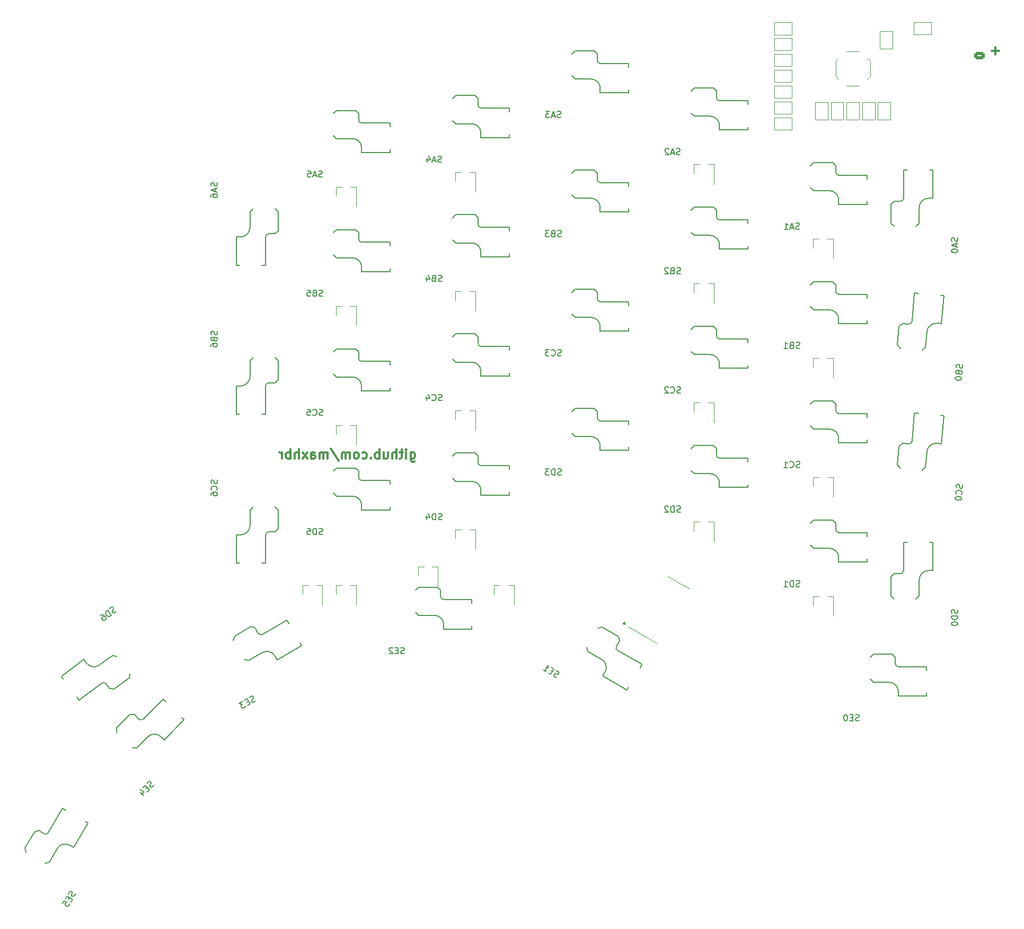
<source format=gbo>
G04 #@! TF.GenerationSoftware,KiCad,Pcbnew,7.0.2*
G04 #@! TF.CreationDate,2023-05-25T14:19:06+02:00*
G04 #@! TF.ProjectId,mykeeb_v7a3,6d796b65-6562-45f7-9637-61332e6b6963,rev?*
G04 #@! TF.SameCoordinates,Original*
G04 #@! TF.FileFunction,Legend,Bot*
G04 #@! TF.FilePolarity,Positive*
%FSLAX46Y46*%
G04 Gerber Fmt 4.6, Leading zero omitted, Abs format (unit mm)*
G04 Created by KiCad (PCBNEW 7.0.2) date 2023-05-25 14:19:06*
%MOMM*%
%LPD*%
G01*
G04 APERTURE LIST*
G04 Aperture macros list*
%AMRoundRect*
0 Rectangle with rounded corners*
0 $1 Rounding radius*
0 $2 $3 $4 $5 $6 $7 $8 $9 X,Y pos of 4 corners*
0 Add a 4 corners polygon primitive as box body*
4,1,4,$2,$3,$4,$5,$6,$7,$8,$9,$2,$3,0*
0 Add four circle primitives for the rounded corners*
1,1,$1+$1,$2,$3*
1,1,$1+$1,$4,$5*
1,1,$1+$1,$6,$7*
1,1,$1+$1,$8,$9*
0 Add four rect primitives between the rounded corners*
20,1,$1+$1,$2,$3,$4,$5,0*
20,1,$1+$1,$4,$5,$6,$7,0*
20,1,$1+$1,$6,$7,$8,$9,0*
20,1,$1+$1,$8,$9,$2,$3,0*%
%AMRotRect*
0 Rectangle, with rotation*
0 The origin of the aperture is its center*
0 $1 length*
0 $2 width*
0 $3 Rotation angle, in degrees counterclockwise*
0 Add horizontal line*
21,1,$1,$2,0,0,$3*%
%AMFreePoly0*
4,1,6,0.500000,-0.750000,-0.500000,-0.750000,-1.000000,0.000000,-0.500000,0.750000,0.500000,0.750000,0.500000,-0.750000,0.500000,-0.750000,$1*%
%AMFreePoly1*
4,1,6,0.150000,0.000000,0.650000,-0.750000,-0.500000,-0.750000,-0.500000,0.750000,0.650000,0.750000,0.150000,0.000000,0.150000,0.000000,$1*%
G04 Aperture macros list end*
%ADD10C,0.150000*%
%ADD11C,0.300000*%
%ADD12C,0.120000*%
%ADD13C,1.800000*%
%ADD14C,0.990600*%
%ADD15C,3.000000*%
%ADD16C,3.400000*%
%ADD17RotRect,2.600000X2.600000X210.000000*%
%ADD18RotRect,2.600000X2.600000X265.000000*%
%ADD19R,2.600000X2.600000*%
%ADD20RotRect,2.600000X2.600000X225.000000*%
%ADD21RotRect,2.600000X2.600000X240.000000*%
%ADD22RoundRect,0.250000X-0.625000X0.350000X-0.625000X-0.350000X0.625000X-0.350000X0.625000X0.350000X0*%
%ADD23O,1.750000X1.200000*%
%ADD24RotRect,2.600000X2.600000X37.000000*%
%ADD25C,0.700000*%
%ADD26FreePoly0,0.000000*%
%ADD27O,2.750000X1.800000*%
%ADD28FreePoly0,90.000000*%
%ADD29R,1.000000X1.700000*%
%ADD30C,1.397000*%
%ADD31FreePoly0,270.000000*%
%ADD32FreePoly0,180.000000*%
%ADD33FreePoly1,0.000000*%
%ADD34FreePoly1,90.000000*%
%ADD35FreePoly1,270.000000*%
%ADD36FreePoly1,180.000000*%
%ADD37RotRect,2.600000X2.600000X150.000000*%
%ADD38R,0.800000X1.900000*%
%ADD39R,1.100000X0.600000*%
%ADD40R,1.000000X0.600000*%
%ADD41R,0.600000X1.000000*%
%ADD42RoundRect,0.150000X-0.789471X0.282596X0.639471X-0.542404X0.789471X-0.282596X-0.639471X0.542404X0*%
%ADD43C,2.000000*%
G04 APERTURE END LIST*
D10*
X158221974Y-128484188D02*
X158221974Y-128674664D01*
X158174355Y-128674664D02*
X158174355Y-128484188D01*
X158126736Y-128436569D02*
X158126736Y-128722283D01*
X158079117Y-128674664D02*
X158079117Y-128484188D01*
X158031498Y-128484188D02*
X158031498Y-128674664D01*
X158221974Y-128627045D02*
X158126736Y-128722283D01*
X158126736Y-128722283D02*
X158031498Y-128627045D01*
X158221974Y-128531807D02*
X158126736Y-128436569D01*
X158126736Y-128436569D02*
X158031498Y-128531807D01*
X158221974Y-128484188D02*
X158126736Y-128436569D01*
X158126736Y-128436569D02*
X158031498Y-128484188D01*
X158031498Y-128484188D02*
X157983879Y-128579426D01*
X157983879Y-128579426D02*
X158031498Y-128674664D01*
X158031498Y-128674664D02*
X158126736Y-128722283D01*
X158126736Y-128722283D02*
X158221974Y-128674664D01*
X158221974Y-128674664D02*
X158269593Y-128579426D01*
X158269593Y-128579426D02*
X158221974Y-128484188D01*
D11*
X218008667Y-37028048D02*
X216865810Y-37028048D01*
X217437238Y-37599476D02*
X217437238Y-36456619D01*
X124015730Y-101210264D02*
X124015730Y-102424550D01*
X124015730Y-102424550D02*
X124087158Y-102567407D01*
X124087158Y-102567407D02*
X124158587Y-102638836D01*
X124158587Y-102638836D02*
X124301444Y-102710264D01*
X124301444Y-102710264D02*
X124515730Y-102710264D01*
X124515730Y-102710264D02*
X124658587Y-102638836D01*
X124015730Y-102138836D02*
X124158587Y-102210264D01*
X124158587Y-102210264D02*
X124444301Y-102210264D01*
X124444301Y-102210264D02*
X124587158Y-102138836D01*
X124587158Y-102138836D02*
X124658587Y-102067407D01*
X124658587Y-102067407D02*
X124730015Y-101924550D01*
X124730015Y-101924550D02*
X124730015Y-101495978D01*
X124730015Y-101495978D02*
X124658587Y-101353121D01*
X124658587Y-101353121D02*
X124587158Y-101281693D01*
X124587158Y-101281693D02*
X124444301Y-101210264D01*
X124444301Y-101210264D02*
X124158587Y-101210264D01*
X124158587Y-101210264D02*
X124015730Y-101281693D01*
X123301444Y-102210264D02*
X123301444Y-101210264D01*
X123301444Y-100710264D02*
X123372872Y-100781693D01*
X123372872Y-100781693D02*
X123301444Y-100853121D01*
X123301444Y-100853121D02*
X123230015Y-100781693D01*
X123230015Y-100781693D02*
X123301444Y-100710264D01*
X123301444Y-100710264D02*
X123301444Y-100853121D01*
X122801443Y-101210264D02*
X122230015Y-101210264D01*
X122587158Y-100710264D02*
X122587158Y-101995978D01*
X122587158Y-101995978D02*
X122515729Y-102138836D01*
X122515729Y-102138836D02*
X122372872Y-102210264D01*
X122372872Y-102210264D02*
X122230015Y-102210264D01*
X121730015Y-102210264D02*
X121730015Y-100710264D01*
X121087158Y-102210264D02*
X121087158Y-101424550D01*
X121087158Y-101424550D02*
X121158586Y-101281693D01*
X121158586Y-101281693D02*
X121301443Y-101210264D01*
X121301443Y-101210264D02*
X121515729Y-101210264D01*
X121515729Y-101210264D02*
X121658586Y-101281693D01*
X121658586Y-101281693D02*
X121730015Y-101353121D01*
X119730015Y-101210264D02*
X119730015Y-102210264D01*
X120372872Y-101210264D02*
X120372872Y-101995978D01*
X120372872Y-101995978D02*
X120301443Y-102138836D01*
X120301443Y-102138836D02*
X120158586Y-102210264D01*
X120158586Y-102210264D02*
X119944300Y-102210264D01*
X119944300Y-102210264D02*
X119801443Y-102138836D01*
X119801443Y-102138836D02*
X119730015Y-102067407D01*
X119015729Y-102210264D02*
X119015729Y-100710264D01*
X119015729Y-101281693D02*
X118872872Y-101210264D01*
X118872872Y-101210264D02*
X118587157Y-101210264D01*
X118587157Y-101210264D02*
X118444300Y-101281693D01*
X118444300Y-101281693D02*
X118372872Y-101353121D01*
X118372872Y-101353121D02*
X118301443Y-101495978D01*
X118301443Y-101495978D02*
X118301443Y-101924550D01*
X118301443Y-101924550D02*
X118372872Y-102067407D01*
X118372872Y-102067407D02*
X118444300Y-102138836D01*
X118444300Y-102138836D02*
X118587157Y-102210264D01*
X118587157Y-102210264D02*
X118872872Y-102210264D01*
X118872872Y-102210264D02*
X119015729Y-102138836D01*
X117658586Y-102067407D02*
X117587157Y-102138836D01*
X117587157Y-102138836D02*
X117658586Y-102210264D01*
X117658586Y-102210264D02*
X117730014Y-102138836D01*
X117730014Y-102138836D02*
X117658586Y-102067407D01*
X117658586Y-102067407D02*
X117658586Y-102210264D01*
X116301443Y-102138836D02*
X116444300Y-102210264D01*
X116444300Y-102210264D02*
X116730014Y-102210264D01*
X116730014Y-102210264D02*
X116872871Y-102138836D01*
X116872871Y-102138836D02*
X116944300Y-102067407D01*
X116944300Y-102067407D02*
X117015728Y-101924550D01*
X117015728Y-101924550D02*
X117015728Y-101495978D01*
X117015728Y-101495978D02*
X116944300Y-101353121D01*
X116944300Y-101353121D02*
X116872871Y-101281693D01*
X116872871Y-101281693D02*
X116730014Y-101210264D01*
X116730014Y-101210264D02*
X116444300Y-101210264D01*
X116444300Y-101210264D02*
X116301443Y-101281693D01*
X115444300Y-102210264D02*
X115587157Y-102138836D01*
X115587157Y-102138836D02*
X115658586Y-102067407D01*
X115658586Y-102067407D02*
X115730014Y-101924550D01*
X115730014Y-101924550D02*
X115730014Y-101495978D01*
X115730014Y-101495978D02*
X115658586Y-101353121D01*
X115658586Y-101353121D02*
X115587157Y-101281693D01*
X115587157Y-101281693D02*
X115444300Y-101210264D01*
X115444300Y-101210264D02*
X115230014Y-101210264D01*
X115230014Y-101210264D02*
X115087157Y-101281693D01*
X115087157Y-101281693D02*
X115015729Y-101353121D01*
X115015729Y-101353121D02*
X114944300Y-101495978D01*
X114944300Y-101495978D02*
X114944300Y-101924550D01*
X114944300Y-101924550D02*
X115015729Y-102067407D01*
X115015729Y-102067407D02*
X115087157Y-102138836D01*
X115087157Y-102138836D02*
X115230014Y-102210264D01*
X115230014Y-102210264D02*
X115444300Y-102210264D01*
X114301443Y-102210264D02*
X114301443Y-101210264D01*
X114301443Y-101353121D02*
X114230014Y-101281693D01*
X114230014Y-101281693D02*
X114087157Y-101210264D01*
X114087157Y-101210264D02*
X113872871Y-101210264D01*
X113872871Y-101210264D02*
X113730014Y-101281693D01*
X113730014Y-101281693D02*
X113658586Y-101424550D01*
X113658586Y-101424550D02*
X113658586Y-102210264D01*
X113658586Y-101424550D02*
X113587157Y-101281693D01*
X113587157Y-101281693D02*
X113444300Y-101210264D01*
X113444300Y-101210264D02*
X113230014Y-101210264D01*
X113230014Y-101210264D02*
X113087157Y-101281693D01*
X113087157Y-101281693D02*
X113015728Y-101424550D01*
X113015728Y-101424550D02*
X113015728Y-102210264D01*
X111230014Y-100638836D02*
X112515728Y-102567407D01*
X110730014Y-102210264D02*
X110730014Y-101210264D01*
X110730014Y-101353121D02*
X110658585Y-101281693D01*
X110658585Y-101281693D02*
X110515728Y-101210264D01*
X110515728Y-101210264D02*
X110301442Y-101210264D01*
X110301442Y-101210264D02*
X110158585Y-101281693D01*
X110158585Y-101281693D02*
X110087157Y-101424550D01*
X110087157Y-101424550D02*
X110087157Y-102210264D01*
X110087157Y-101424550D02*
X110015728Y-101281693D01*
X110015728Y-101281693D02*
X109872871Y-101210264D01*
X109872871Y-101210264D02*
X109658585Y-101210264D01*
X109658585Y-101210264D02*
X109515728Y-101281693D01*
X109515728Y-101281693D02*
X109444299Y-101424550D01*
X109444299Y-101424550D02*
X109444299Y-102210264D01*
X108087157Y-102210264D02*
X108087157Y-101424550D01*
X108087157Y-101424550D02*
X108158585Y-101281693D01*
X108158585Y-101281693D02*
X108301442Y-101210264D01*
X108301442Y-101210264D02*
X108587157Y-101210264D01*
X108587157Y-101210264D02*
X108730014Y-101281693D01*
X108087157Y-102138836D02*
X108230014Y-102210264D01*
X108230014Y-102210264D02*
X108587157Y-102210264D01*
X108587157Y-102210264D02*
X108730014Y-102138836D01*
X108730014Y-102138836D02*
X108801442Y-101995978D01*
X108801442Y-101995978D02*
X108801442Y-101853121D01*
X108801442Y-101853121D02*
X108730014Y-101710264D01*
X108730014Y-101710264D02*
X108587157Y-101638836D01*
X108587157Y-101638836D02*
X108230014Y-101638836D01*
X108230014Y-101638836D02*
X108087157Y-101567407D01*
X107515728Y-102210264D02*
X106730014Y-101210264D01*
X107515728Y-101210264D02*
X106730014Y-102210264D01*
X106158585Y-102210264D02*
X106158585Y-100710264D01*
X105515728Y-102210264D02*
X105515728Y-101424550D01*
X105515728Y-101424550D02*
X105587156Y-101281693D01*
X105587156Y-101281693D02*
X105730013Y-101210264D01*
X105730013Y-101210264D02*
X105944299Y-101210264D01*
X105944299Y-101210264D02*
X106087156Y-101281693D01*
X106087156Y-101281693D02*
X106158585Y-101353121D01*
X104801442Y-102210264D02*
X104801442Y-100710264D01*
X104801442Y-101281693D02*
X104658585Y-101210264D01*
X104658585Y-101210264D02*
X104372870Y-101210264D01*
X104372870Y-101210264D02*
X104230013Y-101281693D01*
X104230013Y-101281693D02*
X104158585Y-101353121D01*
X104158585Y-101353121D02*
X104087156Y-101495978D01*
X104087156Y-101495978D02*
X104087156Y-101924550D01*
X104087156Y-101924550D02*
X104158585Y-102067407D01*
X104158585Y-102067407D02*
X104230013Y-102138836D01*
X104230013Y-102138836D02*
X104372870Y-102210264D01*
X104372870Y-102210264D02*
X104658585Y-102210264D01*
X104658585Y-102210264D02*
X104801442Y-102138836D01*
X103444299Y-102210264D02*
X103444299Y-101210264D01*
X103444299Y-101495978D02*
X103372870Y-101353121D01*
X103372870Y-101353121D02*
X103301442Y-101281693D01*
X103301442Y-101281693D02*
X103158584Y-101210264D01*
X103158584Y-101210264D02*
X103015727Y-101210264D01*
D10*
X99227690Y-140935228D02*
X99127781Y-141047896D01*
X99127781Y-141047896D02*
X98921585Y-141166944D01*
X98921585Y-141166944D02*
X98815297Y-141173323D01*
X98815297Y-141173323D02*
X98750248Y-141155894D01*
X98750248Y-141155894D02*
X98661390Y-141097225D01*
X98661390Y-141097225D02*
X98613771Y-141014746D01*
X98613771Y-141014746D02*
X98607391Y-140908458D01*
X98607391Y-140908458D02*
X98624821Y-140843409D01*
X98624821Y-140843409D02*
X98683490Y-140754551D01*
X98683490Y-140754551D02*
X98824637Y-140618073D01*
X98824637Y-140618073D02*
X98883306Y-140529215D01*
X98883306Y-140529215D02*
X98900736Y-140464166D01*
X98900736Y-140464166D02*
X98894357Y-140357878D01*
X98894357Y-140357878D02*
X98846737Y-140275399D01*
X98846737Y-140275399D02*
X98757879Y-140216730D01*
X98757879Y-140216730D02*
X98692830Y-140199300D01*
X98692830Y-140199300D02*
X98586542Y-140205680D01*
X98586542Y-140205680D02*
X98380346Y-140324728D01*
X98380346Y-140324728D02*
X98280437Y-140437396D01*
X98123569Y-141022835D02*
X97834894Y-141189502D01*
X97973081Y-141714563D02*
X98385474Y-141476467D01*
X98385474Y-141476467D02*
X97885474Y-140610442D01*
X97885474Y-140610442D02*
X97473081Y-140848537D01*
X97184406Y-141015204D02*
X96648295Y-141324728D01*
X96648295Y-141324728D02*
X97127446Y-141487976D01*
X97127446Y-141487976D02*
X97003728Y-141559404D01*
X97003728Y-141559404D02*
X96945059Y-141648263D01*
X96945059Y-141648263D02*
X96927629Y-141713311D01*
X96927629Y-141713311D02*
X96934009Y-141819599D01*
X96934009Y-141819599D02*
X97053057Y-142025796D01*
X97053057Y-142025796D02*
X97141915Y-142084465D01*
X97141915Y-142084465D02*
X97206964Y-142101895D01*
X97206964Y-142101895D02*
X97313252Y-142095515D01*
X97313252Y-142095515D02*
X97560688Y-141952658D01*
X97560688Y-141952658D02*
X97619357Y-141863800D01*
X97619357Y-141863800D02*
X97636787Y-141798751D01*
X212160929Y-87207271D02*
X212195916Y-87353735D01*
X212195916Y-87353735D02*
X212175164Y-87590924D01*
X212175164Y-87590924D02*
X212119426Y-87681650D01*
X212119426Y-87681650D02*
X212067838Y-87724937D01*
X212067838Y-87724937D02*
X211968812Y-87764075D01*
X211968812Y-87764075D02*
X211873936Y-87755774D01*
X211873936Y-87755774D02*
X211783211Y-87700036D01*
X211783211Y-87700036D02*
X211739923Y-87648447D01*
X211739923Y-87648447D02*
X211700786Y-87549422D01*
X211700786Y-87549422D02*
X211669949Y-87355520D01*
X211669949Y-87355520D02*
X211630812Y-87256494D01*
X211630812Y-87256494D02*
X211587524Y-87204906D01*
X211587524Y-87204906D02*
X211496799Y-87149167D01*
X211496799Y-87149167D02*
X211401923Y-87140867D01*
X211401923Y-87140867D02*
X211302897Y-87180004D01*
X211302897Y-87180004D02*
X211251309Y-87223292D01*
X211251309Y-87223292D02*
X211195571Y-87314017D01*
X211195571Y-87314017D02*
X211174819Y-87551206D01*
X211174819Y-87551206D02*
X211209806Y-87697670D01*
X211570342Y-88494028D02*
X211605329Y-88640492D01*
X211605329Y-88640492D02*
X211648617Y-88692080D01*
X211648617Y-88692080D02*
X211739342Y-88747818D01*
X211739342Y-88747818D02*
X211881656Y-88760269D01*
X211881656Y-88760269D02*
X211980682Y-88721132D01*
X211980682Y-88721132D02*
X212032270Y-88677844D01*
X212032270Y-88677844D02*
X212088008Y-88587119D01*
X212088008Y-88587119D02*
X212121211Y-88207616D01*
X212121211Y-88207616D02*
X211125016Y-88120461D01*
X211125016Y-88120461D02*
X211095964Y-88452525D01*
X211095964Y-88452525D02*
X211135101Y-88551551D01*
X211135101Y-88551551D02*
X211178389Y-88603140D01*
X211178389Y-88603140D02*
X211269114Y-88658878D01*
X211269114Y-88658878D02*
X211363990Y-88667178D01*
X211363990Y-88667178D02*
X211463016Y-88628041D01*
X211463016Y-88628041D02*
X211514604Y-88584754D01*
X211514604Y-88584754D02*
X211570342Y-88494028D01*
X211570342Y-88494028D02*
X211599394Y-88161963D01*
X211021259Y-89306407D02*
X211012959Y-89401282D01*
X211012959Y-89401282D02*
X211052096Y-89500308D01*
X211052096Y-89500308D02*
X211095383Y-89551896D01*
X211095383Y-89551896D02*
X211186109Y-89607635D01*
X211186109Y-89607635D02*
X211371710Y-89671674D01*
X211371710Y-89671674D02*
X211608899Y-89692425D01*
X211608899Y-89692425D02*
X211802801Y-89661588D01*
X211802801Y-89661588D02*
X211901827Y-89622451D01*
X211901827Y-89622451D02*
X211953415Y-89579163D01*
X211953415Y-89579163D02*
X212009153Y-89488438D01*
X212009153Y-89488438D02*
X212017454Y-89393562D01*
X212017454Y-89393562D02*
X211978317Y-89294536D01*
X211978317Y-89294536D02*
X211935029Y-89242948D01*
X211935029Y-89242948D02*
X211844304Y-89187210D01*
X211844304Y-89187210D02*
X211658702Y-89123171D01*
X211658702Y-89123171D02*
X211421513Y-89102420D01*
X211421513Y-89102420D02*
X211227612Y-89133256D01*
X211227612Y-89133256D02*
X211128586Y-89172394D01*
X211128586Y-89172394D02*
X211076998Y-89215681D01*
X211076998Y-89215681D02*
X211021259Y-89306407D01*
X167116719Y-72661920D02*
X166973862Y-72709539D01*
X166973862Y-72709539D02*
X166735767Y-72709539D01*
X166735767Y-72709539D02*
X166640529Y-72661920D01*
X166640529Y-72661920D02*
X166592910Y-72614300D01*
X166592910Y-72614300D02*
X166545291Y-72519062D01*
X166545291Y-72519062D02*
X166545291Y-72423824D01*
X166545291Y-72423824D02*
X166592910Y-72328586D01*
X166592910Y-72328586D02*
X166640529Y-72280967D01*
X166640529Y-72280967D02*
X166735767Y-72233348D01*
X166735767Y-72233348D02*
X166926243Y-72185729D01*
X166926243Y-72185729D02*
X167021481Y-72138110D01*
X167021481Y-72138110D02*
X167069100Y-72090491D01*
X167069100Y-72090491D02*
X167116719Y-71995253D01*
X167116719Y-71995253D02*
X167116719Y-71900015D01*
X167116719Y-71900015D02*
X167069100Y-71804777D01*
X167069100Y-71804777D02*
X167021481Y-71757158D01*
X167021481Y-71757158D02*
X166926243Y-71709539D01*
X166926243Y-71709539D02*
X166688148Y-71709539D01*
X166688148Y-71709539D02*
X166545291Y-71757158D01*
X165783386Y-72185729D02*
X165640529Y-72233348D01*
X165640529Y-72233348D02*
X165592910Y-72280967D01*
X165592910Y-72280967D02*
X165545291Y-72376205D01*
X165545291Y-72376205D02*
X165545291Y-72519062D01*
X165545291Y-72519062D02*
X165592910Y-72614300D01*
X165592910Y-72614300D02*
X165640529Y-72661920D01*
X165640529Y-72661920D02*
X165735767Y-72709539D01*
X165735767Y-72709539D02*
X166116719Y-72709539D01*
X166116719Y-72709539D02*
X166116719Y-71709539D01*
X166116719Y-71709539D02*
X165783386Y-71709539D01*
X165783386Y-71709539D02*
X165688148Y-71757158D01*
X165688148Y-71757158D02*
X165640529Y-71804777D01*
X165640529Y-71804777D02*
X165592910Y-71900015D01*
X165592910Y-71900015D02*
X165592910Y-71995253D01*
X165592910Y-71995253D02*
X165640529Y-72090491D01*
X165640529Y-72090491D02*
X165688148Y-72138110D01*
X165688148Y-72138110D02*
X165783386Y-72185729D01*
X165783386Y-72185729D02*
X166116719Y-72185729D01*
X165164338Y-71804777D02*
X165116719Y-71757158D01*
X165116719Y-71757158D02*
X165021481Y-71709539D01*
X165021481Y-71709539D02*
X164783386Y-71709539D01*
X164783386Y-71709539D02*
X164688148Y-71757158D01*
X164688148Y-71757158D02*
X164640529Y-71804777D01*
X164640529Y-71804777D02*
X164592910Y-71900015D01*
X164592910Y-71900015D02*
X164592910Y-71995253D01*
X164592910Y-71995253D02*
X164640529Y-72138110D01*
X164640529Y-72138110D02*
X165211957Y-72709539D01*
X165211957Y-72709539D02*
X164592910Y-72709539D01*
X186166719Y-103618220D02*
X186023862Y-103665839D01*
X186023862Y-103665839D02*
X185785767Y-103665839D01*
X185785767Y-103665839D02*
X185690529Y-103618220D01*
X185690529Y-103618220D02*
X185642910Y-103570600D01*
X185642910Y-103570600D02*
X185595291Y-103475362D01*
X185595291Y-103475362D02*
X185595291Y-103380124D01*
X185595291Y-103380124D02*
X185642910Y-103284886D01*
X185642910Y-103284886D02*
X185690529Y-103237267D01*
X185690529Y-103237267D02*
X185785767Y-103189648D01*
X185785767Y-103189648D02*
X185976243Y-103142029D01*
X185976243Y-103142029D02*
X186071481Y-103094410D01*
X186071481Y-103094410D02*
X186119100Y-103046791D01*
X186119100Y-103046791D02*
X186166719Y-102951553D01*
X186166719Y-102951553D02*
X186166719Y-102856315D01*
X186166719Y-102856315D02*
X186119100Y-102761077D01*
X186119100Y-102761077D02*
X186071481Y-102713458D01*
X186071481Y-102713458D02*
X185976243Y-102665839D01*
X185976243Y-102665839D02*
X185738148Y-102665839D01*
X185738148Y-102665839D02*
X185595291Y-102713458D01*
X184595291Y-103570600D02*
X184642910Y-103618220D01*
X184642910Y-103618220D02*
X184785767Y-103665839D01*
X184785767Y-103665839D02*
X184881005Y-103665839D01*
X184881005Y-103665839D02*
X185023862Y-103618220D01*
X185023862Y-103618220D02*
X185119100Y-103522981D01*
X185119100Y-103522981D02*
X185166719Y-103427743D01*
X185166719Y-103427743D02*
X185214338Y-103237267D01*
X185214338Y-103237267D02*
X185214338Y-103094410D01*
X185214338Y-103094410D02*
X185166719Y-102903934D01*
X185166719Y-102903934D02*
X185119100Y-102808696D01*
X185119100Y-102808696D02*
X185023862Y-102713458D01*
X185023862Y-102713458D02*
X184881005Y-102665839D01*
X184881005Y-102665839D02*
X184785767Y-102665839D01*
X184785767Y-102665839D02*
X184642910Y-102713458D01*
X184642910Y-102713458D02*
X184595291Y-102761077D01*
X183642910Y-103665839D02*
X184214338Y-103665839D01*
X183928624Y-103665839D02*
X183928624Y-102665839D01*
X183928624Y-102665839D02*
X184023862Y-102808696D01*
X184023862Y-102808696D02*
X184119100Y-102903934D01*
X184119100Y-102903934D02*
X184214338Y-102951553D01*
X129016719Y-73852620D02*
X128873862Y-73900239D01*
X128873862Y-73900239D02*
X128635767Y-73900239D01*
X128635767Y-73900239D02*
X128540529Y-73852620D01*
X128540529Y-73852620D02*
X128492910Y-73805000D01*
X128492910Y-73805000D02*
X128445291Y-73709762D01*
X128445291Y-73709762D02*
X128445291Y-73614524D01*
X128445291Y-73614524D02*
X128492910Y-73519286D01*
X128492910Y-73519286D02*
X128540529Y-73471667D01*
X128540529Y-73471667D02*
X128635767Y-73424048D01*
X128635767Y-73424048D02*
X128826243Y-73376429D01*
X128826243Y-73376429D02*
X128921481Y-73328810D01*
X128921481Y-73328810D02*
X128969100Y-73281191D01*
X128969100Y-73281191D02*
X129016719Y-73185953D01*
X129016719Y-73185953D02*
X129016719Y-73090715D01*
X129016719Y-73090715D02*
X128969100Y-72995477D01*
X128969100Y-72995477D02*
X128921481Y-72947858D01*
X128921481Y-72947858D02*
X128826243Y-72900239D01*
X128826243Y-72900239D02*
X128588148Y-72900239D01*
X128588148Y-72900239D02*
X128445291Y-72947858D01*
X127683386Y-73376429D02*
X127540529Y-73424048D01*
X127540529Y-73424048D02*
X127492910Y-73471667D01*
X127492910Y-73471667D02*
X127445291Y-73566905D01*
X127445291Y-73566905D02*
X127445291Y-73709762D01*
X127445291Y-73709762D02*
X127492910Y-73805000D01*
X127492910Y-73805000D02*
X127540529Y-73852620D01*
X127540529Y-73852620D02*
X127635767Y-73900239D01*
X127635767Y-73900239D02*
X128016719Y-73900239D01*
X128016719Y-73900239D02*
X128016719Y-72900239D01*
X128016719Y-72900239D02*
X127683386Y-72900239D01*
X127683386Y-72900239D02*
X127588148Y-72947858D01*
X127588148Y-72947858D02*
X127540529Y-72995477D01*
X127540529Y-72995477D02*
X127492910Y-73090715D01*
X127492910Y-73090715D02*
X127492910Y-73185953D01*
X127492910Y-73185953D02*
X127540529Y-73281191D01*
X127540529Y-73281191D02*
X127588148Y-73328810D01*
X127588148Y-73328810D02*
X127683386Y-73376429D01*
X127683386Y-73376429D02*
X128016719Y-73376429D01*
X126588148Y-73233572D02*
X126588148Y-73900239D01*
X126826243Y-72852620D02*
X127064338Y-73566905D01*
X127064338Y-73566905D02*
X126445291Y-73566905D01*
X186166719Y-122668220D02*
X186023862Y-122715839D01*
X186023862Y-122715839D02*
X185785767Y-122715839D01*
X185785767Y-122715839D02*
X185690529Y-122668220D01*
X185690529Y-122668220D02*
X185642910Y-122620600D01*
X185642910Y-122620600D02*
X185595291Y-122525362D01*
X185595291Y-122525362D02*
X185595291Y-122430124D01*
X185595291Y-122430124D02*
X185642910Y-122334886D01*
X185642910Y-122334886D02*
X185690529Y-122287267D01*
X185690529Y-122287267D02*
X185785767Y-122239648D01*
X185785767Y-122239648D02*
X185976243Y-122192029D01*
X185976243Y-122192029D02*
X186071481Y-122144410D01*
X186071481Y-122144410D02*
X186119100Y-122096791D01*
X186119100Y-122096791D02*
X186166719Y-122001553D01*
X186166719Y-122001553D02*
X186166719Y-121906315D01*
X186166719Y-121906315D02*
X186119100Y-121811077D01*
X186119100Y-121811077D02*
X186071481Y-121763458D01*
X186071481Y-121763458D02*
X185976243Y-121715839D01*
X185976243Y-121715839D02*
X185738148Y-121715839D01*
X185738148Y-121715839D02*
X185595291Y-121763458D01*
X185166719Y-122715839D02*
X185166719Y-121715839D01*
X185166719Y-121715839D02*
X184928624Y-121715839D01*
X184928624Y-121715839D02*
X184785767Y-121763458D01*
X184785767Y-121763458D02*
X184690529Y-121858696D01*
X184690529Y-121858696D02*
X184642910Y-121953934D01*
X184642910Y-121953934D02*
X184595291Y-122144410D01*
X184595291Y-122144410D02*
X184595291Y-122287267D01*
X184595291Y-122287267D02*
X184642910Y-122477743D01*
X184642910Y-122477743D02*
X184690529Y-122572981D01*
X184690529Y-122572981D02*
X184785767Y-122668220D01*
X184785767Y-122668220D02*
X184928624Y-122715839D01*
X184928624Y-122715839D02*
X185166719Y-122715839D01*
X183642910Y-122715839D02*
X184214338Y-122715839D01*
X183928624Y-122715839D02*
X183928624Y-121715839D01*
X183928624Y-121715839D02*
X184023862Y-121858696D01*
X184023862Y-121858696D02*
X184119100Y-121953934D01*
X184119100Y-121953934D02*
X184214338Y-122001553D01*
X147995258Y-47658780D02*
X147852401Y-47706399D01*
X147852401Y-47706399D02*
X147614306Y-47706399D01*
X147614306Y-47706399D02*
X147519068Y-47658780D01*
X147519068Y-47658780D02*
X147471449Y-47611160D01*
X147471449Y-47611160D02*
X147423830Y-47515922D01*
X147423830Y-47515922D02*
X147423830Y-47420684D01*
X147423830Y-47420684D02*
X147471449Y-47325446D01*
X147471449Y-47325446D02*
X147519068Y-47277827D01*
X147519068Y-47277827D02*
X147614306Y-47230208D01*
X147614306Y-47230208D02*
X147804782Y-47182589D01*
X147804782Y-47182589D02*
X147900020Y-47134970D01*
X147900020Y-47134970D02*
X147947639Y-47087351D01*
X147947639Y-47087351D02*
X147995258Y-46992113D01*
X147995258Y-46992113D02*
X147995258Y-46896875D01*
X147995258Y-46896875D02*
X147947639Y-46801637D01*
X147947639Y-46801637D02*
X147900020Y-46754018D01*
X147900020Y-46754018D02*
X147804782Y-46706399D01*
X147804782Y-46706399D02*
X147566687Y-46706399D01*
X147566687Y-46706399D02*
X147423830Y-46754018D01*
X147042877Y-47420684D02*
X146566687Y-47420684D01*
X147138115Y-47706399D02*
X146804782Y-46706399D01*
X146804782Y-46706399D02*
X146471449Y-47706399D01*
X146233353Y-46706399D02*
X145614306Y-46706399D01*
X145614306Y-46706399D02*
X145947639Y-47087351D01*
X145947639Y-47087351D02*
X145804782Y-47087351D01*
X145804782Y-47087351D02*
X145709544Y-47134970D01*
X145709544Y-47134970D02*
X145661925Y-47182589D01*
X145661925Y-47182589D02*
X145614306Y-47277827D01*
X145614306Y-47277827D02*
X145614306Y-47515922D01*
X145614306Y-47515922D02*
X145661925Y-47611160D01*
X145661925Y-47611160D02*
X145709544Y-47658780D01*
X145709544Y-47658780D02*
X145804782Y-47706399D01*
X145804782Y-47706399D02*
X146090496Y-47706399D01*
X146090496Y-47706399D02*
X146185734Y-47658780D01*
X146185734Y-47658780D02*
X146233353Y-47611160D01*
X211369815Y-126372515D02*
X211417434Y-126515372D01*
X211417434Y-126515372D02*
X211417434Y-126753467D01*
X211417434Y-126753467D02*
X211369815Y-126848705D01*
X211369815Y-126848705D02*
X211322195Y-126896324D01*
X211322195Y-126896324D02*
X211226957Y-126943943D01*
X211226957Y-126943943D02*
X211131719Y-126943943D01*
X211131719Y-126943943D02*
X211036481Y-126896324D01*
X211036481Y-126896324D02*
X210988862Y-126848705D01*
X210988862Y-126848705D02*
X210941243Y-126753467D01*
X210941243Y-126753467D02*
X210893624Y-126562991D01*
X210893624Y-126562991D02*
X210846005Y-126467753D01*
X210846005Y-126467753D02*
X210798386Y-126420134D01*
X210798386Y-126420134D02*
X210703148Y-126372515D01*
X210703148Y-126372515D02*
X210607910Y-126372515D01*
X210607910Y-126372515D02*
X210512672Y-126420134D01*
X210512672Y-126420134D02*
X210465053Y-126467753D01*
X210465053Y-126467753D02*
X210417434Y-126562991D01*
X210417434Y-126562991D02*
X210417434Y-126801086D01*
X210417434Y-126801086D02*
X210465053Y-126943943D01*
X211417434Y-127372515D02*
X210417434Y-127372515D01*
X210417434Y-127372515D02*
X210417434Y-127610610D01*
X210417434Y-127610610D02*
X210465053Y-127753467D01*
X210465053Y-127753467D02*
X210560291Y-127848705D01*
X210560291Y-127848705D02*
X210655529Y-127896324D01*
X210655529Y-127896324D02*
X210846005Y-127943943D01*
X210846005Y-127943943D02*
X210988862Y-127943943D01*
X210988862Y-127943943D02*
X211179338Y-127896324D01*
X211179338Y-127896324D02*
X211274576Y-127848705D01*
X211274576Y-127848705D02*
X211369815Y-127753467D01*
X211369815Y-127753467D02*
X211417434Y-127610610D01*
X211417434Y-127610610D02*
X211417434Y-127372515D01*
X210417434Y-128562991D02*
X210417434Y-128658229D01*
X210417434Y-128658229D02*
X210465053Y-128753467D01*
X210465053Y-128753467D02*
X210512672Y-128801086D01*
X210512672Y-128801086D02*
X210607910Y-128848705D01*
X210607910Y-128848705D02*
X210798386Y-128896324D01*
X210798386Y-128896324D02*
X211036481Y-128896324D01*
X211036481Y-128896324D02*
X211226957Y-128848705D01*
X211226957Y-128848705D02*
X211322195Y-128801086D01*
X211322195Y-128801086D02*
X211369815Y-128753467D01*
X211369815Y-128753467D02*
X211417434Y-128658229D01*
X211417434Y-128658229D02*
X211417434Y-128562991D01*
X211417434Y-128562991D02*
X211369815Y-128467753D01*
X211369815Y-128467753D02*
X211322195Y-128420134D01*
X211322195Y-128420134D02*
X211226957Y-128372515D01*
X211226957Y-128372515D02*
X211036481Y-128324896D01*
X211036481Y-128324896D02*
X210798386Y-128324896D01*
X210798386Y-128324896D02*
X210607910Y-128372515D01*
X210607910Y-128372515D02*
X210512672Y-128420134D01*
X210512672Y-128420134D02*
X210465053Y-128467753D01*
X210465053Y-128467753D02*
X210417434Y-128562991D01*
X211369815Y-66912744D02*
X211417434Y-67055601D01*
X211417434Y-67055601D02*
X211417434Y-67293696D01*
X211417434Y-67293696D02*
X211369815Y-67388934D01*
X211369815Y-67388934D02*
X211322195Y-67436553D01*
X211322195Y-67436553D02*
X211226957Y-67484172D01*
X211226957Y-67484172D02*
X211131719Y-67484172D01*
X211131719Y-67484172D02*
X211036481Y-67436553D01*
X211036481Y-67436553D02*
X210988862Y-67388934D01*
X210988862Y-67388934D02*
X210941243Y-67293696D01*
X210941243Y-67293696D02*
X210893624Y-67103220D01*
X210893624Y-67103220D02*
X210846005Y-67007982D01*
X210846005Y-67007982D02*
X210798386Y-66960363D01*
X210798386Y-66960363D02*
X210703148Y-66912744D01*
X210703148Y-66912744D02*
X210607910Y-66912744D01*
X210607910Y-66912744D02*
X210512672Y-66960363D01*
X210512672Y-66960363D02*
X210465053Y-67007982D01*
X210465053Y-67007982D02*
X210417434Y-67103220D01*
X210417434Y-67103220D02*
X210417434Y-67341315D01*
X210417434Y-67341315D02*
X210465053Y-67484172D01*
X211131719Y-67865125D02*
X211131719Y-68341315D01*
X211417434Y-67769887D02*
X210417434Y-68103220D01*
X210417434Y-68103220D02*
X211417434Y-68436553D01*
X210417434Y-68960363D02*
X210417434Y-69055601D01*
X210417434Y-69055601D02*
X210465053Y-69150839D01*
X210465053Y-69150839D02*
X210512672Y-69198458D01*
X210512672Y-69198458D02*
X210607910Y-69246077D01*
X210607910Y-69246077D02*
X210798386Y-69293696D01*
X210798386Y-69293696D02*
X211036481Y-69293696D01*
X211036481Y-69293696D02*
X211226957Y-69246077D01*
X211226957Y-69246077D02*
X211322195Y-69198458D01*
X211322195Y-69198458D02*
X211369815Y-69150839D01*
X211369815Y-69150839D02*
X211417434Y-69055601D01*
X211417434Y-69055601D02*
X211417434Y-68960363D01*
X211417434Y-68960363D02*
X211369815Y-68865125D01*
X211369815Y-68865125D02*
X211322195Y-68817506D01*
X211322195Y-68817506D02*
X211226957Y-68769887D01*
X211226957Y-68769887D02*
X211036481Y-68722268D01*
X211036481Y-68722268D02*
X210798386Y-68722268D01*
X210798386Y-68722268D02*
X210607910Y-68769887D01*
X210607910Y-68769887D02*
X210512672Y-68817506D01*
X210512672Y-68817506D02*
X210465053Y-68865125D01*
X210465053Y-68865125D02*
X210417434Y-68960363D01*
X123015900Y-133383920D02*
X122873043Y-133431539D01*
X122873043Y-133431539D02*
X122634948Y-133431539D01*
X122634948Y-133431539D02*
X122539710Y-133383920D01*
X122539710Y-133383920D02*
X122492091Y-133336300D01*
X122492091Y-133336300D02*
X122444472Y-133241062D01*
X122444472Y-133241062D02*
X122444472Y-133145824D01*
X122444472Y-133145824D02*
X122492091Y-133050586D01*
X122492091Y-133050586D02*
X122539710Y-133002967D01*
X122539710Y-133002967D02*
X122634948Y-132955348D01*
X122634948Y-132955348D02*
X122825424Y-132907729D01*
X122825424Y-132907729D02*
X122920662Y-132860110D01*
X122920662Y-132860110D02*
X122968281Y-132812491D01*
X122968281Y-132812491D02*
X123015900Y-132717253D01*
X123015900Y-132717253D02*
X123015900Y-132622015D01*
X123015900Y-132622015D02*
X122968281Y-132526777D01*
X122968281Y-132526777D02*
X122920662Y-132479158D01*
X122920662Y-132479158D02*
X122825424Y-132431539D01*
X122825424Y-132431539D02*
X122587329Y-132431539D01*
X122587329Y-132431539D02*
X122444472Y-132479158D01*
X122015900Y-132907729D02*
X121682567Y-132907729D01*
X121539710Y-133431539D02*
X122015900Y-133431539D01*
X122015900Y-133431539D02*
X122015900Y-132431539D01*
X122015900Y-132431539D02*
X121539710Y-132431539D01*
X121158757Y-132526777D02*
X121111138Y-132479158D01*
X121111138Y-132479158D02*
X121015900Y-132431539D01*
X121015900Y-132431539D02*
X120777805Y-132431539D01*
X120777805Y-132431539D02*
X120682567Y-132479158D01*
X120682567Y-132479158D02*
X120634948Y-132526777D01*
X120634948Y-132526777D02*
X120587329Y-132622015D01*
X120587329Y-132622015D02*
X120587329Y-132717253D01*
X120587329Y-132717253D02*
X120634948Y-132860110D01*
X120634948Y-132860110D02*
X121206376Y-133431539D01*
X121206376Y-133431539D02*
X120587329Y-133431539D01*
X93069715Y-105657015D02*
X93117334Y-105799872D01*
X93117334Y-105799872D02*
X93117334Y-106037967D01*
X93117334Y-106037967D02*
X93069715Y-106133205D01*
X93069715Y-106133205D02*
X93022095Y-106180824D01*
X93022095Y-106180824D02*
X92926857Y-106228443D01*
X92926857Y-106228443D02*
X92831619Y-106228443D01*
X92831619Y-106228443D02*
X92736381Y-106180824D01*
X92736381Y-106180824D02*
X92688762Y-106133205D01*
X92688762Y-106133205D02*
X92641143Y-106037967D01*
X92641143Y-106037967D02*
X92593524Y-105847491D01*
X92593524Y-105847491D02*
X92545905Y-105752253D01*
X92545905Y-105752253D02*
X92498286Y-105704634D01*
X92498286Y-105704634D02*
X92403048Y-105657015D01*
X92403048Y-105657015D02*
X92307810Y-105657015D01*
X92307810Y-105657015D02*
X92212572Y-105704634D01*
X92212572Y-105704634D02*
X92164953Y-105752253D01*
X92164953Y-105752253D02*
X92117334Y-105847491D01*
X92117334Y-105847491D02*
X92117334Y-106085586D01*
X92117334Y-106085586D02*
X92164953Y-106228443D01*
X93022095Y-107228443D02*
X93069715Y-107180824D01*
X93069715Y-107180824D02*
X93117334Y-107037967D01*
X93117334Y-107037967D02*
X93117334Y-106942729D01*
X93117334Y-106942729D02*
X93069715Y-106799872D01*
X93069715Y-106799872D02*
X92974476Y-106704634D01*
X92974476Y-106704634D02*
X92879238Y-106657015D01*
X92879238Y-106657015D02*
X92688762Y-106609396D01*
X92688762Y-106609396D02*
X92545905Y-106609396D01*
X92545905Y-106609396D02*
X92355429Y-106657015D01*
X92355429Y-106657015D02*
X92260191Y-106704634D01*
X92260191Y-106704634D02*
X92164953Y-106799872D01*
X92164953Y-106799872D02*
X92117334Y-106942729D01*
X92117334Y-106942729D02*
X92117334Y-107037967D01*
X92117334Y-107037967D02*
X92164953Y-107180824D01*
X92164953Y-107180824D02*
X92212572Y-107228443D01*
X92117334Y-108085586D02*
X92117334Y-107895110D01*
X92117334Y-107895110D02*
X92164953Y-107799872D01*
X92164953Y-107799872D02*
X92212572Y-107752253D01*
X92212572Y-107752253D02*
X92355429Y-107657015D01*
X92355429Y-107657015D02*
X92545905Y-107609396D01*
X92545905Y-107609396D02*
X92926857Y-107609396D01*
X92926857Y-107609396D02*
X93022095Y-107657015D01*
X93022095Y-107657015D02*
X93069715Y-107704634D01*
X93069715Y-107704634D02*
X93117334Y-107799872D01*
X93117334Y-107799872D02*
X93117334Y-107990348D01*
X93117334Y-107990348D02*
X93069715Y-108085586D01*
X93069715Y-108085586D02*
X93022095Y-108133205D01*
X93022095Y-108133205D02*
X92926857Y-108180824D01*
X92926857Y-108180824D02*
X92688762Y-108180824D01*
X92688762Y-108180824D02*
X92593524Y-108133205D01*
X92593524Y-108133205D02*
X92545905Y-108085586D01*
X92545905Y-108085586D02*
X92498286Y-107990348D01*
X92498286Y-107990348D02*
X92498286Y-107799872D01*
X92498286Y-107799872D02*
X92545905Y-107704634D01*
X92545905Y-107704634D02*
X92593524Y-107657015D01*
X92593524Y-107657015D02*
X92688762Y-107609396D01*
X82969874Y-154403386D02*
X82902530Y-154538073D01*
X82902530Y-154538073D02*
X82734171Y-154706432D01*
X82734171Y-154706432D02*
X82633156Y-154740104D01*
X82633156Y-154740104D02*
X82565813Y-154740104D01*
X82565813Y-154740104D02*
X82464797Y-154706432D01*
X82464797Y-154706432D02*
X82397454Y-154639088D01*
X82397454Y-154639088D02*
X82363782Y-154538073D01*
X82363782Y-154538073D02*
X82363782Y-154470730D01*
X82363782Y-154470730D02*
X82397454Y-154369714D01*
X82397454Y-154369714D02*
X82498469Y-154201356D01*
X82498469Y-154201356D02*
X82532141Y-154100340D01*
X82532141Y-154100340D02*
X82532141Y-154032997D01*
X82532141Y-154032997D02*
X82498469Y-153931982D01*
X82498469Y-153931982D02*
X82431126Y-153864638D01*
X82431126Y-153864638D02*
X82330110Y-153830966D01*
X82330110Y-153830966D02*
X82262767Y-153830966D01*
X82262767Y-153830966D02*
X82161752Y-153864638D01*
X82161752Y-153864638D02*
X81993393Y-154032997D01*
X81993393Y-154032997D02*
X81926049Y-154167684D01*
X81926049Y-154773775D02*
X81690347Y-155009478D01*
X81959721Y-155480882D02*
X82296438Y-155144165D01*
X82296438Y-155144165D02*
X81589332Y-154437058D01*
X81589332Y-154437058D02*
X81252614Y-154773775D01*
X80882225Y-155615569D02*
X81353629Y-156086974D01*
X80781210Y-155177836D02*
X81454645Y-155514554D01*
X81454645Y-155514554D02*
X81016912Y-155952287D01*
X186095258Y-65518180D02*
X185952401Y-65565799D01*
X185952401Y-65565799D02*
X185714306Y-65565799D01*
X185714306Y-65565799D02*
X185619068Y-65518180D01*
X185619068Y-65518180D02*
X185571449Y-65470560D01*
X185571449Y-65470560D02*
X185523830Y-65375322D01*
X185523830Y-65375322D02*
X185523830Y-65280084D01*
X185523830Y-65280084D02*
X185571449Y-65184846D01*
X185571449Y-65184846D02*
X185619068Y-65137227D01*
X185619068Y-65137227D02*
X185714306Y-65089608D01*
X185714306Y-65089608D02*
X185904782Y-65041989D01*
X185904782Y-65041989D02*
X186000020Y-64994370D01*
X186000020Y-64994370D02*
X186047639Y-64946751D01*
X186047639Y-64946751D02*
X186095258Y-64851513D01*
X186095258Y-64851513D02*
X186095258Y-64756275D01*
X186095258Y-64756275D02*
X186047639Y-64661037D01*
X186047639Y-64661037D02*
X186000020Y-64613418D01*
X186000020Y-64613418D02*
X185904782Y-64565799D01*
X185904782Y-64565799D02*
X185666687Y-64565799D01*
X185666687Y-64565799D02*
X185523830Y-64613418D01*
X185142877Y-65280084D02*
X184666687Y-65280084D01*
X185238115Y-65565799D02*
X184904782Y-64565799D01*
X184904782Y-64565799D02*
X184571449Y-65565799D01*
X183714306Y-65565799D02*
X184285734Y-65565799D01*
X184000020Y-65565799D02*
X184000020Y-64565799D01*
X184000020Y-64565799D02*
X184095258Y-64708656D01*
X184095258Y-64708656D02*
X184190496Y-64803894D01*
X184190496Y-64803894D02*
X184285734Y-64851513D01*
X70445409Y-171769044D02*
X70415220Y-171916572D01*
X70415220Y-171916572D02*
X70296172Y-172122768D01*
X70296172Y-172122768D02*
X70207314Y-172181437D01*
X70207314Y-172181437D02*
X70142265Y-172198867D01*
X70142265Y-172198867D02*
X70035977Y-172192487D01*
X70035977Y-172192487D02*
X69953498Y-172144868D01*
X69953498Y-172144868D02*
X69894829Y-172056010D01*
X69894829Y-172056010D02*
X69877399Y-171990961D01*
X69877399Y-171990961D02*
X69883779Y-171884673D01*
X69883779Y-171884673D02*
X69937778Y-171695906D01*
X69937778Y-171695906D02*
X69944158Y-171589618D01*
X69944158Y-171589618D02*
X69926728Y-171524569D01*
X69926728Y-171524569D02*
X69868059Y-171435711D01*
X69868059Y-171435711D02*
X69785580Y-171388092D01*
X69785580Y-171388092D02*
X69679292Y-171381712D01*
X69679292Y-171381712D02*
X69614243Y-171399142D01*
X69614243Y-171399142D02*
X69525385Y-171457811D01*
X69525385Y-171457811D02*
X69406337Y-171664007D01*
X69406337Y-171664007D02*
X69376148Y-171811535D01*
X69533016Y-172396974D02*
X69366349Y-172685649D01*
X69748553Y-173071272D02*
X69986648Y-172658879D01*
X69986648Y-172658879D02*
X69120623Y-172158879D01*
X69120623Y-172158879D02*
X68882528Y-172571272D01*
X68430147Y-173354819D02*
X68668242Y-172942426D01*
X68668242Y-172942426D02*
X69104444Y-173139282D01*
X69104444Y-173139282D02*
X69039396Y-173156712D01*
X69039396Y-173156712D02*
X68950537Y-173215381D01*
X68950537Y-173215381D02*
X68831490Y-173421577D01*
X68831490Y-173421577D02*
X68825110Y-173527865D01*
X68825110Y-173527865D02*
X68842540Y-173592914D01*
X68842540Y-173592914D02*
X68901209Y-173681773D01*
X68901209Y-173681773D02*
X69107405Y-173800820D01*
X69107405Y-173800820D02*
X69213693Y-173807200D01*
X69213693Y-173807200D02*
X69278742Y-173789770D01*
X69278742Y-173789770D02*
X69367601Y-173731101D01*
X69367601Y-173731101D02*
X69486648Y-173524905D01*
X69486648Y-173524905D02*
X69493028Y-173418616D01*
X69493028Y-173418616D02*
X69475598Y-173353568D01*
X76964618Y-126617174D02*
X76879185Y-126741178D01*
X76879185Y-126741178D02*
X76689033Y-126884467D01*
X76689033Y-126884467D02*
X76584315Y-126903753D01*
X76584315Y-126903753D02*
X76517627Y-126894380D01*
X76517627Y-126894380D02*
X76422281Y-126846977D01*
X76422281Y-126846977D02*
X76364965Y-126770917D01*
X76364965Y-126770917D02*
X76345680Y-126666199D01*
X76345680Y-126666199D02*
X76355052Y-126599510D01*
X76355052Y-126599510D02*
X76402455Y-126504164D01*
X76402455Y-126504164D02*
X76525918Y-126351503D01*
X76525918Y-126351503D02*
X76573321Y-126256157D01*
X76573321Y-126256157D02*
X76582693Y-126189469D01*
X76582693Y-126189469D02*
X76563408Y-126084750D01*
X76563408Y-126084750D02*
X76506092Y-126008690D01*
X76506092Y-126008690D02*
X76410746Y-125961287D01*
X76410746Y-125961287D02*
X76344058Y-125951915D01*
X76344058Y-125951915D02*
X76239340Y-125971200D01*
X76239340Y-125971200D02*
X76049188Y-126114489D01*
X76049188Y-126114489D02*
X75963755Y-126238493D01*
X76194640Y-127257019D02*
X75592825Y-126458384D01*
X75592825Y-126458384D02*
X75402674Y-126601673D01*
X75402674Y-126601673D02*
X75317241Y-126725677D01*
X75317241Y-126725677D02*
X75298496Y-126859053D01*
X75298496Y-126859053D02*
X75317781Y-126963772D01*
X75317781Y-126963772D02*
X75394383Y-127144550D01*
X75394383Y-127144550D02*
X75480356Y-127258641D01*
X75480356Y-127258641D02*
X75633018Y-127382104D01*
X75633018Y-127382104D02*
X75728364Y-127429507D01*
X75728364Y-127429507D02*
X75861740Y-127448252D01*
X75861740Y-127448252D02*
X76004489Y-127400309D01*
X76004489Y-127400309D02*
X76194640Y-127257019D01*
X74451917Y-127318120D02*
X74604038Y-127203488D01*
X74604038Y-127203488D02*
X74708757Y-127184203D01*
X74708757Y-127184203D02*
X74775445Y-127193575D01*
X74775445Y-127193575D02*
X74937479Y-127250350D01*
X74937479Y-127250350D02*
X75090140Y-127373813D01*
X75090140Y-127373813D02*
X75319403Y-127678055D01*
X75319403Y-127678055D02*
X75338689Y-127782774D01*
X75338689Y-127782774D02*
X75329316Y-127849462D01*
X75329316Y-127849462D02*
X75281914Y-127944808D01*
X75281914Y-127944808D02*
X75129793Y-128059439D01*
X75129793Y-128059439D02*
X75025074Y-128078725D01*
X75025074Y-128078725D02*
X74958386Y-128069352D01*
X74958386Y-128069352D02*
X74863040Y-128021950D01*
X74863040Y-128021950D02*
X74719751Y-127831798D01*
X74719751Y-127831798D02*
X74700465Y-127727080D01*
X74700465Y-127727080D02*
X74709838Y-127660392D01*
X74709838Y-127660392D02*
X74757241Y-127565046D01*
X74757241Y-127565046D02*
X74909362Y-127450414D01*
X74909362Y-127450414D02*
X75014080Y-127431129D01*
X75014080Y-127431129D02*
X75080768Y-127440501D01*
X75080768Y-127440501D02*
X75176114Y-127487904D01*
X109966719Y-114333820D02*
X109823862Y-114381439D01*
X109823862Y-114381439D02*
X109585767Y-114381439D01*
X109585767Y-114381439D02*
X109490529Y-114333820D01*
X109490529Y-114333820D02*
X109442910Y-114286200D01*
X109442910Y-114286200D02*
X109395291Y-114190962D01*
X109395291Y-114190962D02*
X109395291Y-114095724D01*
X109395291Y-114095724D02*
X109442910Y-114000486D01*
X109442910Y-114000486D02*
X109490529Y-113952867D01*
X109490529Y-113952867D02*
X109585767Y-113905248D01*
X109585767Y-113905248D02*
X109776243Y-113857629D01*
X109776243Y-113857629D02*
X109871481Y-113810010D01*
X109871481Y-113810010D02*
X109919100Y-113762391D01*
X109919100Y-113762391D02*
X109966719Y-113667153D01*
X109966719Y-113667153D02*
X109966719Y-113571915D01*
X109966719Y-113571915D02*
X109919100Y-113476677D01*
X109919100Y-113476677D02*
X109871481Y-113429058D01*
X109871481Y-113429058D02*
X109776243Y-113381439D01*
X109776243Y-113381439D02*
X109538148Y-113381439D01*
X109538148Y-113381439D02*
X109395291Y-113429058D01*
X108966719Y-114381439D02*
X108966719Y-113381439D01*
X108966719Y-113381439D02*
X108728624Y-113381439D01*
X108728624Y-113381439D02*
X108585767Y-113429058D01*
X108585767Y-113429058D02*
X108490529Y-113524296D01*
X108490529Y-113524296D02*
X108442910Y-113619534D01*
X108442910Y-113619534D02*
X108395291Y-113810010D01*
X108395291Y-113810010D02*
X108395291Y-113952867D01*
X108395291Y-113952867D02*
X108442910Y-114143343D01*
X108442910Y-114143343D02*
X108490529Y-114238581D01*
X108490529Y-114238581D02*
X108585767Y-114333820D01*
X108585767Y-114333820D02*
X108728624Y-114381439D01*
X108728624Y-114381439D02*
X108966719Y-114381439D01*
X107490529Y-113381439D02*
X107966719Y-113381439D01*
X107966719Y-113381439D02*
X108014338Y-113857629D01*
X108014338Y-113857629D02*
X107966719Y-113810010D01*
X107966719Y-113810010D02*
X107871481Y-113762391D01*
X107871481Y-113762391D02*
X107633386Y-113762391D01*
X107633386Y-113762391D02*
X107538148Y-113810010D01*
X107538148Y-113810010D02*
X107490529Y-113857629D01*
X107490529Y-113857629D02*
X107442910Y-113952867D01*
X107442910Y-113952867D02*
X107442910Y-114190962D01*
X107442910Y-114190962D02*
X107490529Y-114286200D01*
X107490529Y-114286200D02*
X107538148Y-114333820D01*
X107538148Y-114333820D02*
X107633386Y-114381439D01*
X107633386Y-114381439D02*
X107871481Y-114381439D01*
X107871481Y-114381439D02*
X107966719Y-114333820D01*
X107966719Y-114333820D02*
X108014338Y-114286200D01*
X148066719Y-104808820D02*
X147923862Y-104856439D01*
X147923862Y-104856439D02*
X147685767Y-104856439D01*
X147685767Y-104856439D02*
X147590529Y-104808820D01*
X147590529Y-104808820D02*
X147542910Y-104761200D01*
X147542910Y-104761200D02*
X147495291Y-104665962D01*
X147495291Y-104665962D02*
X147495291Y-104570724D01*
X147495291Y-104570724D02*
X147542910Y-104475486D01*
X147542910Y-104475486D02*
X147590529Y-104427867D01*
X147590529Y-104427867D02*
X147685767Y-104380248D01*
X147685767Y-104380248D02*
X147876243Y-104332629D01*
X147876243Y-104332629D02*
X147971481Y-104285010D01*
X147971481Y-104285010D02*
X148019100Y-104237391D01*
X148019100Y-104237391D02*
X148066719Y-104142153D01*
X148066719Y-104142153D02*
X148066719Y-104046915D01*
X148066719Y-104046915D02*
X148019100Y-103951677D01*
X148019100Y-103951677D02*
X147971481Y-103904058D01*
X147971481Y-103904058D02*
X147876243Y-103856439D01*
X147876243Y-103856439D02*
X147638148Y-103856439D01*
X147638148Y-103856439D02*
X147495291Y-103904058D01*
X147066719Y-104856439D02*
X147066719Y-103856439D01*
X147066719Y-103856439D02*
X146828624Y-103856439D01*
X146828624Y-103856439D02*
X146685767Y-103904058D01*
X146685767Y-103904058D02*
X146590529Y-103999296D01*
X146590529Y-103999296D02*
X146542910Y-104094534D01*
X146542910Y-104094534D02*
X146495291Y-104285010D01*
X146495291Y-104285010D02*
X146495291Y-104427867D01*
X146495291Y-104427867D02*
X146542910Y-104618343D01*
X146542910Y-104618343D02*
X146590529Y-104713581D01*
X146590529Y-104713581D02*
X146685767Y-104808820D01*
X146685767Y-104808820D02*
X146828624Y-104856439D01*
X146828624Y-104856439D02*
X147066719Y-104856439D01*
X146161957Y-103856439D02*
X145542910Y-103856439D01*
X145542910Y-103856439D02*
X145876243Y-104237391D01*
X145876243Y-104237391D02*
X145733386Y-104237391D01*
X145733386Y-104237391D02*
X145638148Y-104285010D01*
X145638148Y-104285010D02*
X145590529Y-104332629D01*
X145590529Y-104332629D02*
X145542910Y-104427867D01*
X145542910Y-104427867D02*
X145542910Y-104665962D01*
X145542910Y-104665962D02*
X145590529Y-104761200D01*
X145590529Y-104761200D02*
X145638148Y-104808820D01*
X145638148Y-104808820D02*
X145733386Y-104856439D01*
X145733386Y-104856439D02*
X146019100Y-104856439D01*
X146019100Y-104856439D02*
X146114338Y-104808820D01*
X146114338Y-104808820D02*
X146161957Y-104761200D01*
X129016719Y-92902620D02*
X128873862Y-92950239D01*
X128873862Y-92950239D02*
X128635767Y-92950239D01*
X128635767Y-92950239D02*
X128540529Y-92902620D01*
X128540529Y-92902620D02*
X128492910Y-92855000D01*
X128492910Y-92855000D02*
X128445291Y-92759762D01*
X128445291Y-92759762D02*
X128445291Y-92664524D01*
X128445291Y-92664524D02*
X128492910Y-92569286D01*
X128492910Y-92569286D02*
X128540529Y-92521667D01*
X128540529Y-92521667D02*
X128635767Y-92474048D01*
X128635767Y-92474048D02*
X128826243Y-92426429D01*
X128826243Y-92426429D02*
X128921481Y-92378810D01*
X128921481Y-92378810D02*
X128969100Y-92331191D01*
X128969100Y-92331191D02*
X129016719Y-92235953D01*
X129016719Y-92235953D02*
X129016719Y-92140715D01*
X129016719Y-92140715D02*
X128969100Y-92045477D01*
X128969100Y-92045477D02*
X128921481Y-91997858D01*
X128921481Y-91997858D02*
X128826243Y-91950239D01*
X128826243Y-91950239D02*
X128588148Y-91950239D01*
X128588148Y-91950239D02*
X128445291Y-91997858D01*
X127445291Y-92855000D02*
X127492910Y-92902620D01*
X127492910Y-92902620D02*
X127635767Y-92950239D01*
X127635767Y-92950239D02*
X127731005Y-92950239D01*
X127731005Y-92950239D02*
X127873862Y-92902620D01*
X127873862Y-92902620D02*
X127969100Y-92807381D01*
X127969100Y-92807381D02*
X128016719Y-92712143D01*
X128016719Y-92712143D02*
X128064338Y-92521667D01*
X128064338Y-92521667D02*
X128064338Y-92378810D01*
X128064338Y-92378810D02*
X128016719Y-92188334D01*
X128016719Y-92188334D02*
X127969100Y-92093096D01*
X127969100Y-92093096D02*
X127873862Y-91997858D01*
X127873862Y-91997858D02*
X127731005Y-91950239D01*
X127731005Y-91950239D02*
X127635767Y-91950239D01*
X127635767Y-91950239D02*
X127492910Y-91997858D01*
X127492910Y-91997858D02*
X127445291Y-92045477D01*
X126588148Y-92283572D02*
X126588148Y-92950239D01*
X126826243Y-91902620D02*
X127064338Y-92616905D01*
X127064338Y-92616905D02*
X126445291Y-92616905D01*
X109966719Y-95283820D02*
X109823862Y-95331439D01*
X109823862Y-95331439D02*
X109585767Y-95331439D01*
X109585767Y-95331439D02*
X109490529Y-95283820D01*
X109490529Y-95283820D02*
X109442910Y-95236200D01*
X109442910Y-95236200D02*
X109395291Y-95140962D01*
X109395291Y-95140962D02*
X109395291Y-95045724D01*
X109395291Y-95045724D02*
X109442910Y-94950486D01*
X109442910Y-94950486D02*
X109490529Y-94902867D01*
X109490529Y-94902867D02*
X109585767Y-94855248D01*
X109585767Y-94855248D02*
X109776243Y-94807629D01*
X109776243Y-94807629D02*
X109871481Y-94760010D01*
X109871481Y-94760010D02*
X109919100Y-94712391D01*
X109919100Y-94712391D02*
X109966719Y-94617153D01*
X109966719Y-94617153D02*
X109966719Y-94521915D01*
X109966719Y-94521915D02*
X109919100Y-94426677D01*
X109919100Y-94426677D02*
X109871481Y-94379058D01*
X109871481Y-94379058D02*
X109776243Y-94331439D01*
X109776243Y-94331439D02*
X109538148Y-94331439D01*
X109538148Y-94331439D02*
X109395291Y-94379058D01*
X108395291Y-95236200D02*
X108442910Y-95283820D01*
X108442910Y-95283820D02*
X108585767Y-95331439D01*
X108585767Y-95331439D02*
X108681005Y-95331439D01*
X108681005Y-95331439D02*
X108823862Y-95283820D01*
X108823862Y-95283820D02*
X108919100Y-95188581D01*
X108919100Y-95188581D02*
X108966719Y-95093343D01*
X108966719Y-95093343D02*
X109014338Y-94902867D01*
X109014338Y-94902867D02*
X109014338Y-94760010D01*
X109014338Y-94760010D02*
X108966719Y-94569534D01*
X108966719Y-94569534D02*
X108919100Y-94474296D01*
X108919100Y-94474296D02*
X108823862Y-94379058D01*
X108823862Y-94379058D02*
X108681005Y-94331439D01*
X108681005Y-94331439D02*
X108585767Y-94331439D01*
X108585767Y-94331439D02*
X108442910Y-94379058D01*
X108442910Y-94379058D02*
X108395291Y-94426677D01*
X107490529Y-94331439D02*
X107966719Y-94331439D01*
X107966719Y-94331439D02*
X108014338Y-94807629D01*
X108014338Y-94807629D02*
X107966719Y-94760010D01*
X107966719Y-94760010D02*
X107871481Y-94712391D01*
X107871481Y-94712391D02*
X107633386Y-94712391D01*
X107633386Y-94712391D02*
X107538148Y-94760010D01*
X107538148Y-94760010D02*
X107490529Y-94807629D01*
X107490529Y-94807629D02*
X107442910Y-94902867D01*
X107442910Y-94902867D02*
X107442910Y-95140962D01*
X107442910Y-95140962D02*
X107490529Y-95236200D01*
X107490529Y-95236200D02*
X107538148Y-95283820D01*
X107538148Y-95283820D02*
X107633386Y-95331439D01*
X107633386Y-95331439D02*
X107871481Y-95331439D01*
X107871481Y-95331439D02*
X107966719Y-95283820D01*
X107966719Y-95283820D02*
X108014338Y-95236200D01*
X148066719Y-85758820D02*
X147923862Y-85806439D01*
X147923862Y-85806439D02*
X147685767Y-85806439D01*
X147685767Y-85806439D02*
X147590529Y-85758820D01*
X147590529Y-85758820D02*
X147542910Y-85711200D01*
X147542910Y-85711200D02*
X147495291Y-85615962D01*
X147495291Y-85615962D02*
X147495291Y-85520724D01*
X147495291Y-85520724D02*
X147542910Y-85425486D01*
X147542910Y-85425486D02*
X147590529Y-85377867D01*
X147590529Y-85377867D02*
X147685767Y-85330248D01*
X147685767Y-85330248D02*
X147876243Y-85282629D01*
X147876243Y-85282629D02*
X147971481Y-85235010D01*
X147971481Y-85235010D02*
X148019100Y-85187391D01*
X148019100Y-85187391D02*
X148066719Y-85092153D01*
X148066719Y-85092153D02*
X148066719Y-84996915D01*
X148066719Y-84996915D02*
X148019100Y-84901677D01*
X148019100Y-84901677D02*
X147971481Y-84854058D01*
X147971481Y-84854058D02*
X147876243Y-84806439D01*
X147876243Y-84806439D02*
X147638148Y-84806439D01*
X147638148Y-84806439D02*
X147495291Y-84854058D01*
X146495291Y-85711200D02*
X146542910Y-85758820D01*
X146542910Y-85758820D02*
X146685767Y-85806439D01*
X146685767Y-85806439D02*
X146781005Y-85806439D01*
X146781005Y-85806439D02*
X146923862Y-85758820D01*
X146923862Y-85758820D02*
X147019100Y-85663581D01*
X147019100Y-85663581D02*
X147066719Y-85568343D01*
X147066719Y-85568343D02*
X147114338Y-85377867D01*
X147114338Y-85377867D02*
X147114338Y-85235010D01*
X147114338Y-85235010D02*
X147066719Y-85044534D01*
X147066719Y-85044534D02*
X147019100Y-84949296D01*
X147019100Y-84949296D02*
X146923862Y-84854058D01*
X146923862Y-84854058D02*
X146781005Y-84806439D01*
X146781005Y-84806439D02*
X146685767Y-84806439D01*
X146685767Y-84806439D02*
X146542910Y-84854058D01*
X146542910Y-84854058D02*
X146495291Y-84901677D01*
X146161957Y-84806439D02*
X145542910Y-84806439D01*
X145542910Y-84806439D02*
X145876243Y-85187391D01*
X145876243Y-85187391D02*
X145733386Y-85187391D01*
X145733386Y-85187391D02*
X145638148Y-85235010D01*
X145638148Y-85235010D02*
X145590529Y-85282629D01*
X145590529Y-85282629D02*
X145542910Y-85377867D01*
X145542910Y-85377867D02*
X145542910Y-85615962D01*
X145542910Y-85615962D02*
X145590529Y-85711200D01*
X145590529Y-85711200D02*
X145638148Y-85758820D01*
X145638148Y-85758820D02*
X145733386Y-85806439D01*
X145733386Y-85806439D02*
X146019100Y-85806439D01*
X146019100Y-85806439D02*
X146114338Y-85758820D01*
X146114338Y-85758820D02*
X146161957Y-85711200D01*
X167116719Y-91711920D02*
X166973862Y-91759539D01*
X166973862Y-91759539D02*
X166735767Y-91759539D01*
X166735767Y-91759539D02*
X166640529Y-91711920D01*
X166640529Y-91711920D02*
X166592910Y-91664300D01*
X166592910Y-91664300D02*
X166545291Y-91569062D01*
X166545291Y-91569062D02*
X166545291Y-91473824D01*
X166545291Y-91473824D02*
X166592910Y-91378586D01*
X166592910Y-91378586D02*
X166640529Y-91330967D01*
X166640529Y-91330967D02*
X166735767Y-91283348D01*
X166735767Y-91283348D02*
X166926243Y-91235729D01*
X166926243Y-91235729D02*
X167021481Y-91188110D01*
X167021481Y-91188110D02*
X167069100Y-91140491D01*
X167069100Y-91140491D02*
X167116719Y-91045253D01*
X167116719Y-91045253D02*
X167116719Y-90950015D01*
X167116719Y-90950015D02*
X167069100Y-90854777D01*
X167069100Y-90854777D02*
X167021481Y-90807158D01*
X167021481Y-90807158D02*
X166926243Y-90759539D01*
X166926243Y-90759539D02*
X166688148Y-90759539D01*
X166688148Y-90759539D02*
X166545291Y-90807158D01*
X165545291Y-91664300D02*
X165592910Y-91711920D01*
X165592910Y-91711920D02*
X165735767Y-91759539D01*
X165735767Y-91759539D02*
X165831005Y-91759539D01*
X165831005Y-91759539D02*
X165973862Y-91711920D01*
X165973862Y-91711920D02*
X166069100Y-91616681D01*
X166069100Y-91616681D02*
X166116719Y-91521443D01*
X166116719Y-91521443D02*
X166164338Y-91330967D01*
X166164338Y-91330967D02*
X166164338Y-91188110D01*
X166164338Y-91188110D02*
X166116719Y-90997634D01*
X166116719Y-90997634D02*
X166069100Y-90902396D01*
X166069100Y-90902396D02*
X165973862Y-90807158D01*
X165973862Y-90807158D02*
X165831005Y-90759539D01*
X165831005Y-90759539D02*
X165735767Y-90759539D01*
X165735767Y-90759539D02*
X165592910Y-90807158D01*
X165592910Y-90807158D02*
X165545291Y-90854777D01*
X165164338Y-90854777D02*
X165116719Y-90807158D01*
X165116719Y-90807158D02*
X165021481Y-90759539D01*
X165021481Y-90759539D02*
X164783386Y-90759539D01*
X164783386Y-90759539D02*
X164688148Y-90807158D01*
X164688148Y-90807158D02*
X164640529Y-90854777D01*
X164640529Y-90854777D02*
X164592910Y-90950015D01*
X164592910Y-90950015D02*
X164592910Y-91045253D01*
X164592910Y-91045253D02*
X164640529Y-91188110D01*
X164640529Y-91188110D02*
X165211957Y-91759539D01*
X165211957Y-91759539D02*
X164592910Y-91759539D01*
X109895258Y-57183780D02*
X109752401Y-57231399D01*
X109752401Y-57231399D02*
X109514306Y-57231399D01*
X109514306Y-57231399D02*
X109419068Y-57183780D01*
X109419068Y-57183780D02*
X109371449Y-57136160D01*
X109371449Y-57136160D02*
X109323830Y-57040922D01*
X109323830Y-57040922D02*
X109323830Y-56945684D01*
X109323830Y-56945684D02*
X109371449Y-56850446D01*
X109371449Y-56850446D02*
X109419068Y-56802827D01*
X109419068Y-56802827D02*
X109514306Y-56755208D01*
X109514306Y-56755208D02*
X109704782Y-56707589D01*
X109704782Y-56707589D02*
X109800020Y-56659970D01*
X109800020Y-56659970D02*
X109847639Y-56612351D01*
X109847639Y-56612351D02*
X109895258Y-56517113D01*
X109895258Y-56517113D02*
X109895258Y-56421875D01*
X109895258Y-56421875D02*
X109847639Y-56326637D01*
X109847639Y-56326637D02*
X109800020Y-56279018D01*
X109800020Y-56279018D02*
X109704782Y-56231399D01*
X109704782Y-56231399D02*
X109466687Y-56231399D01*
X109466687Y-56231399D02*
X109323830Y-56279018D01*
X108942877Y-56945684D02*
X108466687Y-56945684D01*
X109038115Y-57231399D02*
X108704782Y-56231399D01*
X108704782Y-56231399D02*
X108371449Y-57231399D01*
X107561925Y-56231399D02*
X108038115Y-56231399D01*
X108038115Y-56231399D02*
X108085734Y-56707589D01*
X108085734Y-56707589D02*
X108038115Y-56659970D01*
X108038115Y-56659970D02*
X107942877Y-56612351D01*
X107942877Y-56612351D02*
X107704782Y-56612351D01*
X107704782Y-56612351D02*
X107609544Y-56659970D01*
X107609544Y-56659970D02*
X107561925Y-56707589D01*
X107561925Y-56707589D02*
X107514306Y-56802827D01*
X107514306Y-56802827D02*
X107514306Y-57040922D01*
X107514306Y-57040922D02*
X107561925Y-57136160D01*
X107561925Y-57136160D02*
X107609544Y-57183780D01*
X107609544Y-57183780D02*
X107704782Y-57231399D01*
X107704782Y-57231399D02*
X107942877Y-57231399D01*
X107942877Y-57231399D02*
X108038115Y-57183780D01*
X108038115Y-57183780D02*
X108085734Y-57136160D01*
X93069815Y-58103344D02*
X93117434Y-58246201D01*
X93117434Y-58246201D02*
X93117434Y-58484296D01*
X93117434Y-58484296D02*
X93069815Y-58579534D01*
X93069815Y-58579534D02*
X93022195Y-58627153D01*
X93022195Y-58627153D02*
X92926957Y-58674772D01*
X92926957Y-58674772D02*
X92831719Y-58674772D01*
X92831719Y-58674772D02*
X92736481Y-58627153D01*
X92736481Y-58627153D02*
X92688862Y-58579534D01*
X92688862Y-58579534D02*
X92641243Y-58484296D01*
X92641243Y-58484296D02*
X92593624Y-58293820D01*
X92593624Y-58293820D02*
X92546005Y-58198582D01*
X92546005Y-58198582D02*
X92498386Y-58150963D01*
X92498386Y-58150963D02*
X92403148Y-58103344D01*
X92403148Y-58103344D02*
X92307910Y-58103344D01*
X92307910Y-58103344D02*
X92212672Y-58150963D01*
X92212672Y-58150963D02*
X92165053Y-58198582D01*
X92165053Y-58198582D02*
X92117434Y-58293820D01*
X92117434Y-58293820D02*
X92117434Y-58531915D01*
X92117434Y-58531915D02*
X92165053Y-58674772D01*
X92831719Y-59055725D02*
X92831719Y-59531915D01*
X93117434Y-58960487D02*
X92117434Y-59293820D01*
X92117434Y-59293820D02*
X93117434Y-59627153D01*
X92117434Y-60389058D02*
X92117434Y-60198582D01*
X92117434Y-60198582D02*
X92165053Y-60103344D01*
X92165053Y-60103344D02*
X92212672Y-60055725D01*
X92212672Y-60055725D02*
X92355529Y-59960487D01*
X92355529Y-59960487D02*
X92546005Y-59912868D01*
X92546005Y-59912868D02*
X92926957Y-59912868D01*
X92926957Y-59912868D02*
X93022195Y-59960487D01*
X93022195Y-59960487D02*
X93069815Y-60008106D01*
X93069815Y-60008106D02*
X93117434Y-60103344D01*
X93117434Y-60103344D02*
X93117434Y-60293820D01*
X93117434Y-60293820D02*
X93069815Y-60389058D01*
X93069815Y-60389058D02*
X93022195Y-60436677D01*
X93022195Y-60436677D02*
X92926957Y-60484296D01*
X92926957Y-60484296D02*
X92688862Y-60484296D01*
X92688862Y-60484296D02*
X92593624Y-60436677D01*
X92593624Y-60436677D02*
X92546005Y-60389058D01*
X92546005Y-60389058D02*
X92498386Y-60293820D01*
X92498386Y-60293820D02*
X92498386Y-60103344D01*
X92498386Y-60103344D02*
X92546005Y-60008106D01*
X92546005Y-60008106D02*
X92593624Y-59960487D01*
X92593624Y-59960487D02*
X92688862Y-59912868D01*
X129016719Y-111952620D02*
X128873862Y-112000239D01*
X128873862Y-112000239D02*
X128635767Y-112000239D01*
X128635767Y-112000239D02*
X128540529Y-111952620D01*
X128540529Y-111952620D02*
X128492910Y-111905000D01*
X128492910Y-111905000D02*
X128445291Y-111809762D01*
X128445291Y-111809762D02*
X128445291Y-111714524D01*
X128445291Y-111714524D02*
X128492910Y-111619286D01*
X128492910Y-111619286D02*
X128540529Y-111571667D01*
X128540529Y-111571667D02*
X128635767Y-111524048D01*
X128635767Y-111524048D02*
X128826243Y-111476429D01*
X128826243Y-111476429D02*
X128921481Y-111428810D01*
X128921481Y-111428810D02*
X128969100Y-111381191D01*
X128969100Y-111381191D02*
X129016719Y-111285953D01*
X129016719Y-111285953D02*
X129016719Y-111190715D01*
X129016719Y-111190715D02*
X128969100Y-111095477D01*
X128969100Y-111095477D02*
X128921481Y-111047858D01*
X128921481Y-111047858D02*
X128826243Y-111000239D01*
X128826243Y-111000239D02*
X128588148Y-111000239D01*
X128588148Y-111000239D02*
X128445291Y-111047858D01*
X128016719Y-112000239D02*
X128016719Y-111000239D01*
X128016719Y-111000239D02*
X127778624Y-111000239D01*
X127778624Y-111000239D02*
X127635767Y-111047858D01*
X127635767Y-111047858D02*
X127540529Y-111143096D01*
X127540529Y-111143096D02*
X127492910Y-111238334D01*
X127492910Y-111238334D02*
X127445291Y-111428810D01*
X127445291Y-111428810D02*
X127445291Y-111571667D01*
X127445291Y-111571667D02*
X127492910Y-111762143D01*
X127492910Y-111762143D02*
X127540529Y-111857381D01*
X127540529Y-111857381D02*
X127635767Y-111952620D01*
X127635767Y-111952620D02*
X127778624Y-112000239D01*
X127778624Y-112000239D02*
X128016719Y-112000239D01*
X126588148Y-111333572D02*
X126588148Y-112000239D01*
X126826243Y-110952620D02*
X127064338Y-111666905D01*
X127064338Y-111666905D02*
X126445291Y-111666905D01*
X167116719Y-110761920D02*
X166973862Y-110809539D01*
X166973862Y-110809539D02*
X166735767Y-110809539D01*
X166735767Y-110809539D02*
X166640529Y-110761920D01*
X166640529Y-110761920D02*
X166592910Y-110714300D01*
X166592910Y-110714300D02*
X166545291Y-110619062D01*
X166545291Y-110619062D02*
X166545291Y-110523824D01*
X166545291Y-110523824D02*
X166592910Y-110428586D01*
X166592910Y-110428586D02*
X166640529Y-110380967D01*
X166640529Y-110380967D02*
X166735767Y-110333348D01*
X166735767Y-110333348D02*
X166926243Y-110285729D01*
X166926243Y-110285729D02*
X167021481Y-110238110D01*
X167021481Y-110238110D02*
X167069100Y-110190491D01*
X167069100Y-110190491D02*
X167116719Y-110095253D01*
X167116719Y-110095253D02*
X167116719Y-110000015D01*
X167116719Y-110000015D02*
X167069100Y-109904777D01*
X167069100Y-109904777D02*
X167021481Y-109857158D01*
X167021481Y-109857158D02*
X166926243Y-109809539D01*
X166926243Y-109809539D02*
X166688148Y-109809539D01*
X166688148Y-109809539D02*
X166545291Y-109857158D01*
X166116719Y-110809539D02*
X166116719Y-109809539D01*
X166116719Y-109809539D02*
X165878624Y-109809539D01*
X165878624Y-109809539D02*
X165735767Y-109857158D01*
X165735767Y-109857158D02*
X165640529Y-109952396D01*
X165640529Y-109952396D02*
X165592910Y-110047634D01*
X165592910Y-110047634D02*
X165545291Y-110238110D01*
X165545291Y-110238110D02*
X165545291Y-110380967D01*
X165545291Y-110380967D02*
X165592910Y-110571443D01*
X165592910Y-110571443D02*
X165640529Y-110666681D01*
X165640529Y-110666681D02*
X165735767Y-110761920D01*
X165735767Y-110761920D02*
X165878624Y-110809539D01*
X165878624Y-110809539D02*
X166116719Y-110809539D01*
X165164338Y-109904777D02*
X165116719Y-109857158D01*
X165116719Y-109857158D02*
X165021481Y-109809539D01*
X165021481Y-109809539D02*
X164783386Y-109809539D01*
X164783386Y-109809539D02*
X164688148Y-109857158D01*
X164688148Y-109857158D02*
X164640529Y-109904777D01*
X164640529Y-109904777D02*
X164592910Y-110000015D01*
X164592910Y-110000015D02*
X164592910Y-110095253D01*
X164592910Y-110095253D02*
X164640529Y-110238110D01*
X164640529Y-110238110D02*
X165211957Y-110809539D01*
X165211957Y-110809539D02*
X164592910Y-110809539D01*
X167045258Y-53611880D02*
X166902401Y-53659499D01*
X166902401Y-53659499D02*
X166664306Y-53659499D01*
X166664306Y-53659499D02*
X166569068Y-53611880D01*
X166569068Y-53611880D02*
X166521449Y-53564260D01*
X166521449Y-53564260D02*
X166473830Y-53469022D01*
X166473830Y-53469022D02*
X166473830Y-53373784D01*
X166473830Y-53373784D02*
X166521449Y-53278546D01*
X166521449Y-53278546D02*
X166569068Y-53230927D01*
X166569068Y-53230927D02*
X166664306Y-53183308D01*
X166664306Y-53183308D02*
X166854782Y-53135689D01*
X166854782Y-53135689D02*
X166950020Y-53088070D01*
X166950020Y-53088070D02*
X166997639Y-53040451D01*
X166997639Y-53040451D02*
X167045258Y-52945213D01*
X167045258Y-52945213D02*
X167045258Y-52849975D01*
X167045258Y-52849975D02*
X166997639Y-52754737D01*
X166997639Y-52754737D02*
X166950020Y-52707118D01*
X166950020Y-52707118D02*
X166854782Y-52659499D01*
X166854782Y-52659499D02*
X166616687Y-52659499D01*
X166616687Y-52659499D02*
X166473830Y-52707118D01*
X166092877Y-53373784D02*
X165616687Y-53373784D01*
X166188115Y-53659499D02*
X165854782Y-52659499D01*
X165854782Y-52659499D02*
X165521449Y-53659499D01*
X165235734Y-52754737D02*
X165188115Y-52707118D01*
X165188115Y-52707118D02*
X165092877Y-52659499D01*
X165092877Y-52659499D02*
X164854782Y-52659499D01*
X164854782Y-52659499D02*
X164759544Y-52707118D01*
X164759544Y-52707118D02*
X164711925Y-52754737D01*
X164711925Y-52754737D02*
X164664306Y-52849975D01*
X164664306Y-52849975D02*
X164664306Y-52945213D01*
X164664306Y-52945213D02*
X164711925Y-53088070D01*
X164711925Y-53088070D02*
X165283353Y-53659499D01*
X165283353Y-53659499D02*
X164664306Y-53659499D01*
X212160929Y-106390071D02*
X212195916Y-106536535D01*
X212195916Y-106536535D02*
X212175164Y-106773724D01*
X212175164Y-106773724D02*
X212119426Y-106864450D01*
X212119426Y-106864450D02*
X212067838Y-106907737D01*
X212067838Y-106907737D02*
X211968812Y-106946875D01*
X211968812Y-106946875D02*
X211873936Y-106938574D01*
X211873936Y-106938574D02*
X211783211Y-106882836D01*
X211783211Y-106882836D02*
X211739923Y-106831247D01*
X211739923Y-106831247D02*
X211700786Y-106732222D01*
X211700786Y-106732222D02*
X211669949Y-106538320D01*
X211669949Y-106538320D02*
X211630812Y-106439294D01*
X211630812Y-106439294D02*
X211587524Y-106387706D01*
X211587524Y-106387706D02*
X211496799Y-106331967D01*
X211496799Y-106331967D02*
X211401923Y-106323667D01*
X211401923Y-106323667D02*
X211302897Y-106362804D01*
X211302897Y-106362804D02*
X211251309Y-106406092D01*
X211251309Y-106406092D02*
X211195571Y-106496817D01*
X211195571Y-106496817D02*
X211174819Y-106734006D01*
X211174819Y-106734006D02*
X211209806Y-106880470D01*
X211976532Y-107951370D02*
X212028120Y-107908082D01*
X212028120Y-107908082D02*
X212088008Y-107769919D01*
X212088008Y-107769919D02*
X212096309Y-107675043D01*
X212096309Y-107675043D02*
X212061322Y-107528580D01*
X212061322Y-107528580D02*
X211974747Y-107425403D01*
X211974747Y-107425403D02*
X211884021Y-107369665D01*
X211884021Y-107369665D02*
X211698420Y-107305626D01*
X211698420Y-107305626D02*
X211556107Y-107293175D01*
X211556107Y-107293175D02*
X211362205Y-107324012D01*
X211362205Y-107324012D02*
X211263179Y-107363149D01*
X211263179Y-107363149D02*
X211160003Y-107449724D01*
X211160003Y-107449724D02*
X211100114Y-107587888D01*
X211100114Y-107587888D02*
X211091814Y-107682763D01*
X211091814Y-107682763D02*
X211126801Y-107829227D01*
X211126801Y-107829227D02*
X211170088Y-107880815D01*
X211021259Y-108489207D02*
X211012959Y-108584082D01*
X211012959Y-108584082D02*
X211052096Y-108683108D01*
X211052096Y-108683108D02*
X211095383Y-108734696D01*
X211095383Y-108734696D02*
X211186109Y-108790435D01*
X211186109Y-108790435D02*
X211371710Y-108854474D01*
X211371710Y-108854474D02*
X211608899Y-108875225D01*
X211608899Y-108875225D02*
X211802801Y-108844388D01*
X211802801Y-108844388D02*
X211901827Y-108805251D01*
X211901827Y-108805251D02*
X211953415Y-108761963D01*
X211953415Y-108761963D02*
X212009153Y-108671238D01*
X212009153Y-108671238D02*
X212017454Y-108576362D01*
X212017454Y-108576362D02*
X211978317Y-108477336D01*
X211978317Y-108477336D02*
X211935029Y-108425748D01*
X211935029Y-108425748D02*
X211844304Y-108370010D01*
X211844304Y-108370010D02*
X211658702Y-108305971D01*
X211658702Y-108305971D02*
X211421513Y-108285220D01*
X211421513Y-108285220D02*
X211227612Y-108316056D01*
X211227612Y-108316056D02*
X211128586Y-108355194D01*
X211128586Y-108355194D02*
X211076998Y-108398481D01*
X211076998Y-108398481D02*
X211021259Y-108489207D01*
X93069815Y-81844415D02*
X93117434Y-81987272D01*
X93117434Y-81987272D02*
X93117434Y-82225367D01*
X93117434Y-82225367D02*
X93069815Y-82320605D01*
X93069815Y-82320605D02*
X93022195Y-82368224D01*
X93022195Y-82368224D02*
X92926957Y-82415843D01*
X92926957Y-82415843D02*
X92831719Y-82415843D01*
X92831719Y-82415843D02*
X92736481Y-82368224D01*
X92736481Y-82368224D02*
X92688862Y-82320605D01*
X92688862Y-82320605D02*
X92641243Y-82225367D01*
X92641243Y-82225367D02*
X92593624Y-82034891D01*
X92593624Y-82034891D02*
X92546005Y-81939653D01*
X92546005Y-81939653D02*
X92498386Y-81892034D01*
X92498386Y-81892034D02*
X92403148Y-81844415D01*
X92403148Y-81844415D02*
X92307910Y-81844415D01*
X92307910Y-81844415D02*
X92212672Y-81892034D01*
X92212672Y-81892034D02*
X92165053Y-81939653D01*
X92165053Y-81939653D02*
X92117434Y-82034891D01*
X92117434Y-82034891D02*
X92117434Y-82272986D01*
X92117434Y-82272986D02*
X92165053Y-82415843D01*
X92593624Y-83177748D02*
X92641243Y-83320605D01*
X92641243Y-83320605D02*
X92688862Y-83368224D01*
X92688862Y-83368224D02*
X92784100Y-83415843D01*
X92784100Y-83415843D02*
X92926957Y-83415843D01*
X92926957Y-83415843D02*
X93022195Y-83368224D01*
X93022195Y-83368224D02*
X93069815Y-83320605D01*
X93069815Y-83320605D02*
X93117434Y-83225367D01*
X93117434Y-83225367D02*
X93117434Y-82844415D01*
X93117434Y-82844415D02*
X92117434Y-82844415D01*
X92117434Y-82844415D02*
X92117434Y-83177748D01*
X92117434Y-83177748D02*
X92165053Y-83272986D01*
X92165053Y-83272986D02*
X92212672Y-83320605D01*
X92212672Y-83320605D02*
X92307910Y-83368224D01*
X92307910Y-83368224D02*
X92403148Y-83368224D01*
X92403148Y-83368224D02*
X92498386Y-83320605D01*
X92498386Y-83320605D02*
X92546005Y-83272986D01*
X92546005Y-83272986D02*
X92593624Y-83177748D01*
X92593624Y-83177748D02*
X92593624Y-82844415D01*
X92117434Y-84272986D02*
X92117434Y-84082510D01*
X92117434Y-84082510D02*
X92165053Y-83987272D01*
X92165053Y-83987272D02*
X92212672Y-83939653D01*
X92212672Y-83939653D02*
X92355529Y-83844415D01*
X92355529Y-83844415D02*
X92546005Y-83796796D01*
X92546005Y-83796796D02*
X92926957Y-83796796D01*
X92926957Y-83796796D02*
X93022195Y-83844415D01*
X93022195Y-83844415D02*
X93069815Y-83892034D01*
X93069815Y-83892034D02*
X93117434Y-83987272D01*
X93117434Y-83987272D02*
X93117434Y-84177748D01*
X93117434Y-84177748D02*
X93069815Y-84272986D01*
X93069815Y-84272986D02*
X93022195Y-84320605D01*
X93022195Y-84320605D02*
X92926957Y-84368224D01*
X92926957Y-84368224D02*
X92688862Y-84368224D01*
X92688862Y-84368224D02*
X92593624Y-84320605D01*
X92593624Y-84320605D02*
X92546005Y-84272986D01*
X92546005Y-84272986D02*
X92498386Y-84177748D01*
X92498386Y-84177748D02*
X92498386Y-83987272D01*
X92498386Y-83987272D02*
X92546005Y-83892034D01*
X92546005Y-83892034D02*
X92593624Y-83844415D01*
X92593624Y-83844415D02*
X92688862Y-83796796D01*
X147318690Y-137191714D02*
X147171162Y-137161525D01*
X147171162Y-137161525D02*
X146964966Y-137042477D01*
X146964966Y-137042477D02*
X146906297Y-136953619D01*
X146906297Y-136953619D02*
X146888867Y-136888570D01*
X146888867Y-136888570D02*
X146895247Y-136782282D01*
X146895247Y-136782282D02*
X146942866Y-136699803D01*
X146942866Y-136699803D02*
X147031724Y-136641134D01*
X147031724Y-136641134D02*
X147096773Y-136623704D01*
X147096773Y-136623704D02*
X147203061Y-136630084D01*
X147203061Y-136630084D02*
X147391828Y-136684083D01*
X147391828Y-136684083D02*
X147498116Y-136690463D01*
X147498116Y-136690463D02*
X147563165Y-136673033D01*
X147563165Y-136673033D02*
X147652023Y-136614364D01*
X147652023Y-136614364D02*
X147699642Y-136531885D01*
X147699642Y-136531885D02*
X147706022Y-136425597D01*
X147706022Y-136425597D02*
X147688592Y-136360548D01*
X147688592Y-136360548D02*
X147629923Y-136271690D01*
X147629923Y-136271690D02*
X147423727Y-136152642D01*
X147423727Y-136152642D02*
X147276199Y-136122453D01*
X146690760Y-136279321D02*
X146402085Y-136112654D01*
X146016462Y-136494858D02*
X146428855Y-136732953D01*
X146428855Y-136732953D02*
X146928855Y-135866928D01*
X146928855Y-135866928D02*
X146516462Y-135628833D01*
X145191676Y-136018667D02*
X145686547Y-136304382D01*
X145439111Y-136161525D02*
X145939111Y-135295499D01*
X145939111Y-135295499D02*
X145950162Y-135466836D01*
X145950162Y-135466836D02*
X145985021Y-135596934D01*
X145985021Y-135596934D02*
X146043690Y-135685792D01*
X195644100Y-144099520D02*
X195501243Y-144147139D01*
X195501243Y-144147139D02*
X195263148Y-144147139D01*
X195263148Y-144147139D02*
X195167910Y-144099520D01*
X195167910Y-144099520D02*
X195120291Y-144051900D01*
X195120291Y-144051900D02*
X195072672Y-143956662D01*
X195072672Y-143956662D02*
X195072672Y-143861424D01*
X195072672Y-143861424D02*
X195120291Y-143766186D01*
X195120291Y-143766186D02*
X195167910Y-143718567D01*
X195167910Y-143718567D02*
X195263148Y-143670948D01*
X195263148Y-143670948D02*
X195453624Y-143623329D01*
X195453624Y-143623329D02*
X195548862Y-143575710D01*
X195548862Y-143575710D02*
X195596481Y-143528091D01*
X195596481Y-143528091D02*
X195644100Y-143432853D01*
X195644100Y-143432853D02*
X195644100Y-143337615D01*
X195644100Y-143337615D02*
X195596481Y-143242377D01*
X195596481Y-143242377D02*
X195548862Y-143194758D01*
X195548862Y-143194758D02*
X195453624Y-143147139D01*
X195453624Y-143147139D02*
X195215529Y-143147139D01*
X195215529Y-143147139D02*
X195072672Y-143194758D01*
X194644100Y-143623329D02*
X194310767Y-143623329D01*
X194167910Y-144147139D02*
X194644100Y-144147139D01*
X194644100Y-144147139D02*
X194644100Y-143147139D01*
X194644100Y-143147139D02*
X194167910Y-143147139D01*
X193548862Y-143147139D02*
X193453624Y-143147139D01*
X193453624Y-143147139D02*
X193358386Y-143194758D01*
X193358386Y-143194758D02*
X193310767Y-143242377D01*
X193310767Y-143242377D02*
X193263148Y-143337615D01*
X193263148Y-143337615D02*
X193215529Y-143528091D01*
X193215529Y-143528091D02*
X193215529Y-143766186D01*
X193215529Y-143766186D02*
X193263148Y-143956662D01*
X193263148Y-143956662D02*
X193310767Y-144051900D01*
X193310767Y-144051900D02*
X193358386Y-144099520D01*
X193358386Y-144099520D02*
X193453624Y-144147139D01*
X193453624Y-144147139D02*
X193548862Y-144147139D01*
X193548862Y-144147139D02*
X193644100Y-144099520D01*
X193644100Y-144099520D02*
X193691719Y-144051900D01*
X193691719Y-144051900D02*
X193739338Y-143956662D01*
X193739338Y-143956662D02*
X193786957Y-143766186D01*
X193786957Y-143766186D02*
X193786957Y-143528091D01*
X193786957Y-143528091D02*
X193739338Y-143337615D01*
X193739338Y-143337615D02*
X193691719Y-143242377D01*
X193691719Y-143242377D02*
X193644100Y-143194758D01*
X193644100Y-143194758D02*
X193548862Y-143147139D01*
X186166719Y-84568220D02*
X186023862Y-84615839D01*
X186023862Y-84615839D02*
X185785767Y-84615839D01*
X185785767Y-84615839D02*
X185690529Y-84568220D01*
X185690529Y-84568220D02*
X185642910Y-84520600D01*
X185642910Y-84520600D02*
X185595291Y-84425362D01*
X185595291Y-84425362D02*
X185595291Y-84330124D01*
X185595291Y-84330124D02*
X185642910Y-84234886D01*
X185642910Y-84234886D02*
X185690529Y-84187267D01*
X185690529Y-84187267D02*
X185785767Y-84139648D01*
X185785767Y-84139648D02*
X185976243Y-84092029D01*
X185976243Y-84092029D02*
X186071481Y-84044410D01*
X186071481Y-84044410D02*
X186119100Y-83996791D01*
X186119100Y-83996791D02*
X186166719Y-83901553D01*
X186166719Y-83901553D02*
X186166719Y-83806315D01*
X186166719Y-83806315D02*
X186119100Y-83711077D01*
X186119100Y-83711077D02*
X186071481Y-83663458D01*
X186071481Y-83663458D02*
X185976243Y-83615839D01*
X185976243Y-83615839D02*
X185738148Y-83615839D01*
X185738148Y-83615839D02*
X185595291Y-83663458D01*
X184833386Y-84092029D02*
X184690529Y-84139648D01*
X184690529Y-84139648D02*
X184642910Y-84187267D01*
X184642910Y-84187267D02*
X184595291Y-84282505D01*
X184595291Y-84282505D02*
X184595291Y-84425362D01*
X184595291Y-84425362D02*
X184642910Y-84520600D01*
X184642910Y-84520600D02*
X184690529Y-84568220D01*
X184690529Y-84568220D02*
X184785767Y-84615839D01*
X184785767Y-84615839D02*
X185166719Y-84615839D01*
X185166719Y-84615839D02*
X185166719Y-83615839D01*
X185166719Y-83615839D02*
X184833386Y-83615839D01*
X184833386Y-83615839D02*
X184738148Y-83663458D01*
X184738148Y-83663458D02*
X184690529Y-83711077D01*
X184690529Y-83711077D02*
X184642910Y-83806315D01*
X184642910Y-83806315D02*
X184642910Y-83901553D01*
X184642910Y-83901553D02*
X184690529Y-83996791D01*
X184690529Y-83996791D02*
X184738148Y-84044410D01*
X184738148Y-84044410D02*
X184833386Y-84092029D01*
X184833386Y-84092029D02*
X185166719Y-84092029D01*
X183642910Y-84615839D02*
X184214338Y-84615839D01*
X183928624Y-84615839D02*
X183928624Y-83615839D01*
X183928624Y-83615839D02*
X184023862Y-83758696D01*
X184023862Y-83758696D02*
X184119100Y-83853934D01*
X184119100Y-83853934D02*
X184214338Y-83901553D01*
X148066719Y-66708820D02*
X147923862Y-66756439D01*
X147923862Y-66756439D02*
X147685767Y-66756439D01*
X147685767Y-66756439D02*
X147590529Y-66708820D01*
X147590529Y-66708820D02*
X147542910Y-66661200D01*
X147542910Y-66661200D02*
X147495291Y-66565962D01*
X147495291Y-66565962D02*
X147495291Y-66470724D01*
X147495291Y-66470724D02*
X147542910Y-66375486D01*
X147542910Y-66375486D02*
X147590529Y-66327867D01*
X147590529Y-66327867D02*
X147685767Y-66280248D01*
X147685767Y-66280248D02*
X147876243Y-66232629D01*
X147876243Y-66232629D02*
X147971481Y-66185010D01*
X147971481Y-66185010D02*
X148019100Y-66137391D01*
X148019100Y-66137391D02*
X148066719Y-66042153D01*
X148066719Y-66042153D02*
X148066719Y-65946915D01*
X148066719Y-65946915D02*
X148019100Y-65851677D01*
X148019100Y-65851677D02*
X147971481Y-65804058D01*
X147971481Y-65804058D02*
X147876243Y-65756439D01*
X147876243Y-65756439D02*
X147638148Y-65756439D01*
X147638148Y-65756439D02*
X147495291Y-65804058D01*
X146733386Y-66232629D02*
X146590529Y-66280248D01*
X146590529Y-66280248D02*
X146542910Y-66327867D01*
X146542910Y-66327867D02*
X146495291Y-66423105D01*
X146495291Y-66423105D02*
X146495291Y-66565962D01*
X146495291Y-66565962D02*
X146542910Y-66661200D01*
X146542910Y-66661200D02*
X146590529Y-66708820D01*
X146590529Y-66708820D02*
X146685767Y-66756439D01*
X146685767Y-66756439D02*
X147066719Y-66756439D01*
X147066719Y-66756439D02*
X147066719Y-65756439D01*
X147066719Y-65756439D02*
X146733386Y-65756439D01*
X146733386Y-65756439D02*
X146638148Y-65804058D01*
X146638148Y-65804058D02*
X146590529Y-65851677D01*
X146590529Y-65851677D02*
X146542910Y-65946915D01*
X146542910Y-65946915D02*
X146542910Y-66042153D01*
X146542910Y-66042153D02*
X146590529Y-66137391D01*
X146590529Y-66137391D02*
X146638148Y-66185010D01*
X146638148Y-66185010D02*
X146733386Y-66232629D01*
X146733386Y-66232629D02*
X147066719Y-66232629D01*
X146161957Y-65756439D02*
X145542910Y-65756439D01*
X145542910Y-65756439D02*
X145876243Y-66137391D01*
X145876243Y-66137391D02*
X145733386Y-66137391D01*
X145733386Y-66137391D02*
X145638148Y-66185010D01*
X145638148Y-66185010D02*
X145590529Y-66232629D01*
X145590529Y-66232629D02*
X145542910Y-66327867D01*
X145542910Y-66327867D02*
X145542910Y-66565962D01*
X145542910Y-66565962D02*
X145590529Y-66661200D01*
X145590529Y-66661200D02*
X145638148Y-66708820D01*
X145638148Y-66708820D02*
X145733386Y-66756439D01*
X145733386Y-66756439D02*
X146019100Y-66756439D01*
X146019100Y-66756439D02*
X146114338Y-66708820D01*
X146114338Y-66708820D02*
X146161957Y-66661200D01*
X128945258Y-54802580D02*
X128802401Y-54850199D01*
X128802401Y-54850199D02*
X128564306Y-54850199D01*
X128564306Y-54850199D02*
X128469068Y-54802580D01*
X128469068Y-54802580D02*
X128421449Y-54754960D01*
X128421449Y-54754960D02*
X128373830Y-54659722D01*
X128373830Y-54659722D02*
X128373830Y-54564484D01*
X128373830Y-54564484D02*
X128421449Y-54469246D01*
X128421449Y-54469246D02*
X128469068Y-54421627D01*
X128469068Y-54421627D02*
X128564306Y-54374008D01*
X128564306Y-54374008D02*
X128754782Y-54326389D01*
X128754782Y-54326389D02*
X128850020Y-54278770D01*
X128850020Y-54278770D02*
X128897639Y-54231151D01*
X128897639Y-54231151D02*
X128945258Y-54135913D01*
X128945258Y-54135913D02*
X128945258Y-54040675D01*
X128945258Y-54040675D02*
X128897639Y-53945437D01*
X128897639Y-53945437D02*
X128850020Y-53897818D01*
X128850020Y-53897818D02*
X128754782Y-53850199D01*
X128754782Y-53850199D02*
X128516687Y-53850199D01*
X128516687Y-53850199D02*
X128373830Y-53897818D01*
X127992877Y-54564484D02*
X127516687Y-54564484D01*
X128088115Y-54850199D02*
X127754782Y-53850199D01*
X127754782Y-53850199D02*
X127421449Y-54850199D01*
X126659544Y-54183532D02*
X126659544Y-54850199D01*
X126897639Y-53802580D02*
X127135734Y-54516865D01*
X127135734Y-54516865D02*
X126516687Y-54516865D01*
X109966719Y-76233820D02*
X109823862Y-76281439D01*
X109823862Y-76281439D02*
X109585767Y-76281439D01*
X109585767Y-76281439D02*
X109490529Y-76233820D01*
X109490529Y-76233820D02*
X109442910Y-76186200D01*
X109442910Y-76186200D02*
X109395291Y-76090962D01*
X109395291Y-76090962D02*
X109395291Y-75995724D01*
X109395291Y-75995724D02*
X109442910Y-75900486D01*
X109442910Y-75900486D02*
X109490529Y-75852867D01*
X109490529Y-75852867D02*
X109585767Y-75805248D01*
X109585767Y-75805248D02*
X109776243Y-75757629D01*
X109776243Y-75757629D02*
X109871481Y-75710010D01*
X109871481Y-75710010D02*
X109919100Y-75662391D01*
X109919100Y-75662391D02*
X109966719Y-75567153D01*
X109966719Y-75567153D02*
X109966719Y-75471915D01*
X109966719Y-75471915D02*
X109919100Y-75376677D01*
X109919100Y-75376677D02*
X109871481Y-75329058D01*
X109871481Y-75329058D02*
X109776243Y-75281439D01*
X109776243Y-75281439D02*
X109538148Y-75281439D01*
X109538148Y-75281439D02*
X109395291Y-75329058D01*
X108633386Y-75757629D02*
X108490529Y-75805248D01*
X108490529Y-75805248D02*
X108442910Y-75852867D01*
X108442910Y-75852867D02*
X108395291Y-75948105D01*
X108395291Y-75948105D02*
X108395291Y-76090962D01*
X108395291Y-76090962D02*
X108442910Y-76186200D01*
X108442910Y-76186200D02*
X108490529Y-76233820D01*
X108490529Y-76233820D02*
X108585767Y-76281439D01*
X108585767Y-76281439D02*
X108966719Y-76281439D01*
X108966719Y-76281439D02*
X108966719Y-75281439D01*
X108966719Y-75281439D02*
X108633386Y-75281439D01*
X108633386Y-75281439D02*
X108538148Y-75329058D01*
X108538148Y-75329058D02*
X108490529Y-75376677D01*
X108490529Y-75376677D02*
X108442910Y-75471915D01*
X108442910Y-75471915D02*
X108442910Y-75567153D01*
X108442910Y-75567153D02*
X108490529Y-75662391D01*
X108490529Y-75662391D02*
X108538148Y-75710010D01*
X108538148Y-75710010D02*
X108633386Y-75757629D01*
X108633386Y-75757629D02*
X108966719Y-75757629D01*
X107490529Y-75281439D02*
X107966719Y-75281439D01*
X107966719Y-75281439D02*
X108014338Y-75757629D01*
X108014338Y-75757629D02*
X107966719Y-75710010D01*
X107966719Y-75710010D02*
X107871481Y-75662391D01*
X107871481Y-75662391D02*
X107633386Y-75662391D01*
X107633386Y-75662391D02*
X107538148Y-75710010D01*
X107538148Y-75710010D02*
X107490529Y-75757629D01*
X107490529Y-75757629D02*
X107442910Y-75852867D01*
X107442910Y-75852867D02*
X107442910Y-76090962D01*
X107442910Y-76090962D02*
X107490529Y-76186200D01*
X107490529Y-76186200D02*
X107538148Y-76233820D01*
X107538148Y-76233820D02*
X107633386Y-76281439D01*
X107633386Y-76281439D02*
X107871481Y-76281439D01*
X107871481Y-76281439D02*
X107966719Y-76233820D01*
X107966719Y-76233820D02*
X108014338Y-76186200D01*
X95716664Y-131282524D02*
X95899677Y-130599512D01*
X97466664Y-134313613D02*
X98149677Y-134496626D01*
X95899677Y-130599512D02*
X98497753Y-129099512D01*
X98149677Y-134496626D02*
X100314740Y-133246626D01*
X98497753Y-129099512D02*
X99180766Y-129282524D01*
X99680766Y-130148550D02*
X99180766Y-129282524D01*
X102363779Y-133795664D02*
X102713779Y-134401882D01*
X102713779Y-134401882D02*
X106610893Y-132151882D01*
X104260893Y-128081562D02*
X100363779Y-130331562D01*
X104560893Y-128601178D02*
X104260893Y-128081562D01*
X106610893Y-132151882D02*
X106360893Y-131718869D01*
X102363777Y-133795665D02*
G75*
G03*
X100314740Y-133246627I-1299037J-749999D01*
G01*
X99680767Y-130148549D02*
G75*
G03*
X100363779Y-130331562I433012J249999D01*
G01*
X202235904Y-84594210D02*
X201781385Y-84052535D01*
X205722586Y-84899255D02*
X206264261Y-84444736D01*
X201781385Y-84052535D02*
X202042852Y-81063951D01*
X206264261Y-84444736D02*
X206482150Y-81954249D01*
X202042852Y-81063951D02*
X202584527Y-80609431D01*
X203580722Y-80696587D02*
X202584527Y-80609431D01*
X208107176Y-80590691D02*
X208804512Y-80651700D01*
X208804512Y-80651700D02*
X209196713Y-76168823D01*
X204514598Y-75759192D02*
X204122397Y-80242068D01*
X205112315Y-75811485D02*
X204514598Y-75759192D01*
X209196713Y-76168823D02*
X208698616Y-76125246D01*
X208107176Y-80590692D02*
G75*
G03*
X206482151Y-81954249I-130734J-1494291D01*
G01*
X203580722Y-80696586D02*
G75*
G03*
X204122396Y-80242068I43578J498096D01*
G01*
X168854815Y-62546920D02*
X169354815Y-62046920D01*
X168854815Y-66046920D02*
X169354815Y-66546920D01*
X169354815Y-62046920D02*
X172354815Y-62046920D01*
X169354815Y-66546920D02*
X171854815Y-66546920D01*
X172354815Y-62046920D02*
X172854815Y-62546920D01*
X172854815Y-63546920D02*
X172854815Y-62546920D01*
X173354815Y-68046920D02*
X173354815Y-68746920D01*
X173354815Y-68746920D02*
X177854815Y-68746920D01*
X177854815Y-64046920D02*
X173354815Y-64046920D01*
X177854815Y-64646920D02*
X177854815Y-64046920D01*
X177854815Y-68746920D02*
X177854815Y-68246920D01*
X173354815Y-68046920D02*
G75*
G03*
X171854815Y-66546920I-1500000J0D01*
G01*
X172854815Y-63546920D02*
G75*
G03*
X173354815Y-64046920I500000J0D01*
G01*
X187904815Y-93503220D02*
X188404815Y-93003220D01*
X187904815Y-97003220D02*
X188404815Y-97503220D01*
X188404815Y-93003220D02*
X191404815Y-93003220D01*
X188404815Y-97503220D02*
X190904815Y-97503220D01*
X191404815Y-93003220D02*
X191904815Y-93503220D01*
X191904815Y-94503220D02*
X191904815Y-93503220D01*
X192404815Y-99003220D02*
X192404815Y-99703220D01*
X192404815Y-99703220D02*
X196904815Y-99703220D01*
X196904815Y-95003220D02*
X192404815Y-95003220D01*
X196904815Y-95603220D02*
X196904815Y-95003220D01*
X196904815Y-99703220D02*
X196904815Y-99203220D01*
X192404815Y-99003220D02*
G75*
G03*
X190904815Y-97503220I-1500000J0D01*
G01*
X191904815Y-94503220D02*
G75*
G03*
X192404815Y-95003220I500000J0D01*
G01*
X130754815Y-63737620D02*
X131254815Y-63237620D01*
X130754815Y-67237620D02*
X131254815Y-67737620D01*
X131254815Y-63237620D02*
X134254815Y-63237620D01*
X131254815Y-67737620D02*
X133754815Y-67737620D01*
X134254815Y-63237620D02*
X134754815Y-63737620D01*
X134754815Y-64737620D02*
X134754815Y-63737620D01*
X135254815Y-69237620D02*
X135254815Y-69937620D01*
X135254815Y-69937620D02*
X139754815Y-69937620D01*
X139754815Y-65237620D02*
X135254815Y-65237620D01*
X139754815Y-65837620D02*
X139754815Y-65237620D01*
X139754815Y-69937620D02*
X139754815Y-69437620D01*
X135254815Y-69237620D02*
G75*
G03*
X133754815Y-67737620I-1500000J0D01*
G01*
X134754815Y-64737620D02*
G75*
G03*
X135254815Y-65237620I500000J0D01*
G01*
X187904815Y-112553220D02*
X188404815Y-112053220D01*
X187904815Y-116053220D02*
X188404815Y-116553220D01*
X188404815Y-112053220D02*
X191404815Y-112053220D01*
X188404815Y-116553220D02*
X190904815Y-116553220D01*
X191404815Y-112053220D02*
X191904815Y-112553220D01*
X191904815Y-113553220D02*
X191904815Y-112553220D01*
X192404815Y-118053220D02*
X192404815Y-118753220D01*
X192404815Y-118753220D02*
X196904815Y-118753220D01*
X196904815Y-114053220D02*
X192404815Y-114053220D01*
X196904815Y-114653220D02*
X196904815Y-114053220D01*
X196904815Y-118753220D02*
X196904815Y-118253220D01*
X192404815Y-118053220D02*
G75*
G03*
X190904815Y-116553220I-1500000J0D01*
G01*
X191904815Y-113553220D02*
G75*
G03*
X192404815Y-114053220I500000J0D01*
G01*
X149804783Y-37543780D02*
X150304783Y-37043780D01*
X149804783Y-41043780D02*
X150304783Y-41543780D01*
X150304783Y-37043780D02*
X153304783Y-37043780D01*
X150304783Y-41543780D02*
X152804783Y-41543780D01*
X153304783Y-37043780D02*
X153804783Y-37543780D01*
X153804783Y-38543780D02*
X153804783Y-37543780D01*
X154304783Y-43043780D02*
X154304783Y-43743780D01*
X154304783Y-43743780D02*
X158804783Y-43743780D01*
X158804783Y-39043780D02*
X154304783Y-39043780D01*
X158804783Y-39643780D02*
X158804783Y-39043780D01*
X158804783Y-43743780D02*
X158804783Y-43243780D01*
X154304783Y-43043780D02*
G75*
G03*
X152804783Y-41543780I-1500000J0D01*
G01*
X153804783Y-38543780D02*
G75*
G03*
X154304783Y-39043780I500000J0D01*
G01*
X201254815Y-124634420D02*
X200754815Y-124134420D01*
X204754815Y-124634420D02*
X205254815Y-124134420D01*
X200754815Y-124134420D02*
X200754815Y-121134420D01*
X205254815Y-124134420D02*
X205254815Y-121634420D01*
X200754815Y-121134420D02*
X201254815Y-120634420D01*
X202254815Y-120634420D02*
X201254815Y-120634420D01*
X206754815Y-120134420D02*
X207454815Y-120134420D01*
X207454815Y-120134420D02*
X207454815Y-115634420D01*
X202754815Y-115634420D02*
X202754815Y-120134420D01*
X203354815Y-115634420D02*
X202754815Y-115634420D01*
X207454815Y-115634420D02*
X206954815Y-115634420D01*
X206754815Y-120134420D02*
G75*
G03*
X205254815Y-121634420I0J-1500000D01*
G01*
X202254815Y-120634420D02*
G75*
G03*
X202754815Y-120134420I0J500000D01*
G01*
X201254815Y-65103220D02*
X200754815Y-64603220D01*
X204754815Y-65103220D02*
X205254815Y-64603220D01*
X200754815Y-64603220D02*
X200754815Y-61603220D01*
X205254815Y-64603220D02*
X205254815Y-62103220D01*
X200754815Y-61603220D02*
X201254815Y-61103220D01*
X202254815Y-61103220D02*
X201254815Y-61103220D01*
X206754815Y-60603220D02*
X207454815Y-60603220D01*
X207454815Y-60603220D02*
X207454815Y-56103220D01*
X202754815Y-56103220D02*
X202754815Y-60603220D01*
X203354815Y-56103220D02*
X202754815Y-56103220D01*
X207454815Y-56103220D02*
X206954815Y-56103220D01*
X206754815Y-60603220D02*
G75*
G03*
X205254815Y-62103220I0J-1500000D01*
G01*
X202254815Y-61103220D02*
G75*
G03*
X202754815Y-60603220I0J500000D01*
G01*
X124801615Y-123268920D02*
X125301615Y-122768920D01*
X124801615Y-126768920D02*
X125301615Y-127268920D01*
X125301615Y-122768920D02*
X128301615Y-122768920D01*
X125301615Y-127268920D02*
X127801615Y-127268920D01*
X128301615Y-122768920D02*
X128801615Y-123268920D01*
X128801615Y-124268920D02*
X128801615Y-123268920D01*
X129301615Y-128768920D02*
X129301615Y-129468920D01*
X129301615Y-129468920D02*
X133801615Y-129468920D01*
X133801615Y-124768920D02*
X129301615Y-124768920D01*
X133801615Y-125368920D02*
X133801615Y-124768920D01*
X133801615Y-129468920D02*
X133801615Y-128968920D01*
X129301615Y-128768920D02*
G75*
G03*
X127801615Y-127268920I-1500000J0D01*
G01*
X128801615Y-124268920D02*
G75*
G03*
X129301615Y-124768920I500000J0D01*
G01*
X102354715Y-109918920D02*
X102854715Y-110418920D01*
X98854715Y-109918920D02*
X98354715Y-110418920D01*
X102854715Y-110418920D02*
X102854715Y-113418920D01*
X98354715Y-110418920D02*
X98354715Y-112918920D01*
X102854715Y-113418920D02*
X102354715Y-113918920D01*
X101354715Y-113918920D02*
X102354715Y-113918920D01*
X96854715Y-114418920D02*
X96154715Y-114418920D01*
X96154715Y-114418920D02*
X96154715Y-118918920D01*
X100854715Y-118918920D02*
X100854715Y-114418920D01*
X100254715Y-118918920D02*
X100854715Y-118918920D01*
X96154715Y-118918920D02*
X96654715Y-118918920D01*
X96854715Y-114418920D02*
G75*
G03*
X98354715Y-112918920I0J1500000D01*
G01*
X101354715Y-113918920D02*
G75*
G03*
X100854715Y-114418920I0J-500000D01*
G01*
X77080179Y-145988311D02*
X77080179Y-145281205D01*
X79555053Y-148463185D02*
X80262160Y-148463185D01*
X77080179Y-145281205D02*
X79201500Y-143159884D01*
X80262160Y-148463185D02*
X82029927Y-146695418D01*
X79201500Y-143159884D02*
X79908606Y-143159884D01*
X80615713Y-143866991D02*
X79908606Y-143159884D01*
X84151247Y-146695418D02*
X84646222Y-147190393D01*
X84646222Y-147190393D02*
X87828202Y-144008412D01*
X84504800Y-140685010D02*
X81322820Y-143866991D01*
X84929064Y-141109275D02*
X84504800Y-140685010D01*
X87828202Y-144008412D02*
X87474649Y-143654859D01*
X84151246Y-146695419D02*
G75*
G03*
X82029928Y-146695419I-1060659J-1060659D01*
G01*
X80615714Y-143866990D02*
G75*
G03*
X81322820Y-143866991I353553J353552D01*
G01*
X187904783Y-55403180D02*
X188404783Y-54903180D01*
X187904783Y-58903180D02*
X188404783Y-59403180D01*
X188404783Y-54903180D02*
X191404783Y-54903180D01*
X188404783Y-59403180D02*
X190904783Y-59403180D01*
X191404783Y-54903180D02*
X191904783Y-55403180D01*
X191904783Y-56403180D02*
X191904783Y-55403180D01*
X192404783Y-60903180D02*
X192404783Y-61603180D01*
X192404783Y-61603180D02*
X196904783Y-61603180D01*
X196904783Y-56903180D02*
X192404783Y-56903180D01*
X196904783Y-57503180D02*
X196904783Y-56903180D01*
X196904783Y-61603180D02*
X196904783Y-61103180D01*
X192404783Y-60903180D02*
G75*
G03*
X190904783Y-59403180I-1500000J0D01*
G01*
X191904783Y-56403180D02*
G75*
G03*
X192404783Y-56903180I500000J0D01*
G01*
X62578419Y-165165071D02*
X62395407Y-164482058D01*
X65609508Y-166915071D02*
X66292521Y-166732058D01*
X62395407Y-164482058D02*
X63895407Y-161883982D01*
X66292521Y-166732058D02*
X67542521Y-164566995D01*
X63895407Y-161883982D02*
X64578419Y-161700969D01*
X65444445Y-162200969D02*
X64578419Y-161700969D01*
X69591559Y-164017956D02*
X70197777Y-164367956D01*
X70197777Y-164367956D02*
X72447777Y-160470842D01*
X68377457Y-158120842D02*
X66127457Y-162017956D01*
X68897073Y-158420842D02*
X68377457Y-158120842D01*
X72447777Y-160470842D02*
X72014764Y-160220842D01*
X69591558Y-164017958D02*
G75*
G03*
X67542522Y-164566995I-749999J-1299037D01*
G01*
X65444446Y-162200968D02*
G75*
G03*
X66127457Y-162017956I249999J433012D01*
G01*
X79148762Y-136597383D02*
X79050351Y-137297609D01*
X77042409Y-133802159D02*
X76342184Y-133703749D01*
X79050351Y-137297609D02*
X76654445Y-139103054D01*
X76342184Y-133703749D02*
X74345595Y-135208286D01*
X76654445Y-139103054D02*
X75954220Y-139004643D01*
X75352405Y-138206008D02*
X75954220Y-139004643D01*
X72244919Y-134913056D02*
X71823649Y-134354011D01*
X71823649Y-134354011D02*
X68229789Y-137062178D01*
X71058320Y-140815765D02*
X74652179Y-138107598D01*
X70697231Y-140336584D02*
X71058320Y-140815765D01*
X68229789Y-137062178D02*
X68530696Y-137461496D01*
X72244920Y-134913055D02*
G75*
G03*
X74345595Y-135208286I1197953J902722D01*
G01*
X75352404Y-138206009D02*
G75*
G03*
X74652179Y-138107599I-399317J-300906D01*
G01*
X111704815Y-104218820D02*
X112204815Y-103718820D01*
X111704815Y-107718820D02*
X112204815Y-108218820D01*
X112204815Y-103718820D02*
X115204815Y-103718820D01*
X112204815Y-108218820D02*
X114704815Y-108218820D01*
X115204815Y-103718820D02*
X115704815Y-104218820D01*
X115704815Y-105218820D02*
X115704815Y-104218820D01*
X116204815Y-109718820D02*
X116204815Y-110418820D01*
X116204815Y-110418820D02*
X120704815Y-110418820D01*
X120704815Y-105718820D02*
X116204815Y-105718820D01*
X120704815Y-106318820D02*
X120704815Y-105718820D01*
X120704815Y-110418820D02*
X120704815Y-109918820D01*
X116204815Y-109718820D02*
G75*
G03*
X114704815Y-108218820I-1500000J0D01*
G01*
X115704815Y-105218820D02*
G75*
G03*
X116204815Y-105718820I500000J0D01*
G01*
X149804815Y-94693820D02*
X150304815Y-94193820D01*
X149804815Y-98193820D02*
X150304815Y-98693820D01*
X150304815Y-94193820D02*
X153304815Y-94193820D01*
X150304815Y-98693820D02*
X152804815Y-98693820D01*
X153304815Y-94193820D02*
X153804815Y-94693820D01*
X153804815Y-95693820D02*
X153804815Y-94693820D01*
X154304815Y-100193820D02*
X154304815Y-100893820D01*
X154304815Y-100893820D02*
X158804815Y-100893820D01*
X158804815Y-96193820D02*
X154304815Y-96193820D01*
X158804815Y-96793820D02*
X158804815Y-96193820D01*
X158804815Y-100893820D02*
X158804815Y-100393820D01*
X154304815Y-100193820D02*
G75*
G03*
X152804815Y-98693820I-1500000J0D01*
G01*
X153804815Y-95693820D02*
G75*
G03*
X154304815Y-96193820I500000J0D01*
G01*
X130754815Y-82787620D02*
X131254815Y-82287620D01*
X130754815Y-86287620D02*
X131254815Y-86787620D01*
X131254815Y-82287620D02*
X134254815Y-82287620D01*
X131254815Y-86787620D02*
X133754815Y-86787620D01*
X134254815Y-82287620D02*
X134754815Y-82787620D01*
X134754815Y-83787620D02*
X134754815Y-82787620D01*
X135254815Y-88287620D02*
X135254815Y-88987620D01*
X135254815Y-88987620D02*
X139754815Y-88987620D01*
X139754815Y-84287620D02*
X135254815Y-84287620D01*
X139754815Y-84887620D02*
X139754815Y-84287620D01*
X139754815Y-88987620D02*
X139754815Y-88487620D01*
X135254815Y-88287620D02*
G75*
G03*
X133754815Y-86787620I-1500000J0D01*
G01*
X134754815Y-83787620D02*
G75*
G03*
X135254815Y-84287620I500000J0D01*
G01*
X111704815Y-85168820D02*
X112204815Y-84668820D01*
X111704815Y-88668820D02*
X112204815Y-89168820D01*
X112204815Y-84668820D02*
X115204815Y-84668820D01*
X112204815Y-89168820D02*
X114704815Y-89168820D01*
X115204815Y-84668820D02*
X115704815Y-85168820D01*
X115704815Y-86168820D02*
X115704815Y-85168820D01*
X116204815Y-90668820D02*
X116204815Y-91368820D01*
X116204815Y-91368820D02*
X120704815Y-91368820D01*
X120704815Y-86668820D02*
X116204815Y-86668820D01*
X120704815Y-87268820D02*
X120704815Y-86668820D01*
X120704815Y-91368820D02*
X120704815Y-90868820D01*
X116204815Y-90668820D02*
G75*
G03*
X114704815Y-89168820I-1500000J0D01*
G01*
X115704815Y-86168820D02*
G75*
G03*
X116204815Y-86668820I500000J0D01*
G01*
X149804815Y-75643820D02*
X150304815Y-75143820D01*
X149804815Y-79143820D02*
X150304815Y-79643820D01*
X150304815Y-75143820D02*
X153304815Y-75143820D01*
X150304815Y-79643820D02*
X152804815Y-79643820D01*
X153304815Y-75143820D02*
X153804815Y-75643820D01*
X153804815Y-76643820D02*
X153804815Y-75643820D01*
X154304815Y-81143820D02*
X154304815Y-81843820D01*
X154304815Y-81843820D02*
X158804815Y-81843820D01*
X158804815Y-77143820D02*
X154304815Y-77143820D01*
X158804815Y-77743820D02*
X158804815Y-77143820D01*
X158804815Y-81843820D02*
X158804815Y-81343820D01*
X154304815Y-81143820D02*
G75*
G03*
X152804815Y-79643820I-1500000J0D01*
G01*
X153804815Y-76643820D02*
G75*
G03*
X154304815Y-77143820I500000J0D01*
G01*
X168854815Y-81596920D02*
X169354815Y-81096920D01*
X168854815Y-85096920D02*
X169354815Y-85596920D01*
X169354815Y-81096920D02*
X172354815Y-81096920D01*
X169354815Y-85596920D02*
X171854815Y-85596920D01*
X172354815Y-81096920D02*
X172854815Y-81596920D01*
X172854815Y-82596920D02*
X172854815Y-81596920D01*
X173354815Y-87096920D02*
X173354815Y-87796920D01*
X173354815Y-87796920D02*
X177854815Y-87796920D01*
X177854815Y-83096920D02*
X173354815Y-83096920D01*
X177854815Y-83696920D02*
X177854815Y-83096920D01*
X177854815Y-87796920D02*
X177854815Y-87296920D01*
X173354815Y-87096920D02*
G75*
G03*
X171854815Y-85596920I-1500000J0D01*
G01*
X172854815Y-82596920D02*
G75*
G03*
X173354815Y-83096920I500000J0D01*
G01*
D12*
X182128351Y-32472597D02*
X182128351Y-34472597D01*
X182128351Y-34472597D02*
X184928351Y-34472597D01*
X182128351Y-34996597D02*
X182128351Y-36996597D01*
X182128351Y-36996597D02*
X184928351Y-36996597D01*
X182128351Y-37536597D02*
X182128351Y-39536597D01*
X182128351Y-39536597D02*
X184928351Y-39536597D01*
X182128351Y-40076597D02*
X182128351Y-42076597D01*
X182128351Y-42076597D02*
X184928351Y-42076597D01*
X182128351Y-42616597D02*
X182128351Y-44616597D01*
X182128351Y-44616597D02*
X184928351Y-44616597D01*
X182128351Y-45156597D02*
X182128351Y-47156597D01*
X182128351Y-47156597D02*
X184928351Y-47156597D01*
X182128351Y-47696597D02*
X182128351Y-49696597D01*
X182128351Y-49696597D02*
X184928351Y-49696597D01*
X184928351Y-32472597D02*
X182128351Y-32472597D01*
X184928351Y-34472597D02*
X184928351Y-32472597D01*
X184928351Y-34996597D02*
X182128351Y-34996597D01*
X184928351Y-36996597D02*
X184928351Y-34996597D01*
X184928351Y-37536597D02*
X182128351Y-37536597D01*
X184928351Y-39536597D02*
X184928351Y-37536597D01*
X184928351Y-40076597D02*
X182128351Y-40076597D01*
X184928351Y-42076597D02*
X184928351Y-40076597D01*
X184928351Y-42616597D02*
X182128351Y-42616597D01*
X184928351Y-44616597D02*
X184928351Y-42616597D01*
X184928351Y-45156597D02*
X182128351Y-45156597D01*
X184928351Y-47156597D02*
X184928351Y-45156597D01*
X184928351Y-47696597D02*
X182128351Y-47696597D01*
X184928351Y-49696597D02*
X184928351Y-47696597D01*
X188667351Y-45276597D02*
X188667351Y-48076597D01*
X188667351Y-48076597D02*
X190667351Y-48076597D01*
X190667351Y-45276597D02*
X188667351Y-45276597D01*
X190667351Y-48076597D02*
X190667351Y-45276597D01*
X191167351Y-45276597D02*
X191167351Y-48076597D01*
X191167351Y-48076597D02*
X193167351Y-48076597D01*
X191917351Y-41135972D02*
X191917351Y-38635972D01*
X192367351Y-38185972D02*
X191917351Y-38635972D01*
X192367351Y-41585972D02*
X191917351Y-41135972D01*
X193167351Y-45276597D02*
X191167351Y-45276597D01*
X193167351Y-48076597D02*
X193167351Y-45276597D01*
X193667351Y-45276597D02*
X193667351Y-48076597D01*
X193667351Y-48076597D02*
X195667351Y-48076597D01*
X195667351Y-37135972D02*
X193667351Y-37135972D01*
X195667351Y-42635972D02*
X193667351Y-42635972D01*
X195667351Y-45276597D02*
X193667351Y-45276597D01*
X195667351Y-48076597D02*
X195667351Y-45276597D01*
X196167351Y-45276597D02*
X196167351Y-48076597D01*
X196167351Y-48076597D02*
X198167351Y-48076597D01*
X196967351Y-38185972D02*
X197417351Y-38635972D01*
X196967351Y-41585972D02*
X197417351Y-41135972D01*
X197417351Y-41135972D02*
X197417351Y-38635972D01*
X198167351Y-45276597D02*
X196167351Y-45276597D01*
X198167351Y-48076597D02*
X198167351Y-45276597D01*
X198667351Y-45276597D02*
X198667351Y-48076597D01*
X198667351Y-48076597D02*
X200667351Y-48076597D01*
X199001351Y-33871597D02*
X199001351Y-36671597D01*
X199001351Y-36671597D02*
X201001351Y-36671597D01*
X200667351Y-45276597D02*
X198667351Y-45276597D01*
X200667351Y-48076597D02*
X200667351Y-45276597D01*
X201001351Y-33871597D02*
X199001351Y-33871597D01*
X201001351Y-36671597D02*
X201001351Y-33871597D01*
X204406351Y-32456597D02*
X204406351Y-34456597D01*
X204406351Y-34456597D02*
X207206351Y-34456597D01*
X207206351Y-32456597D02*
X204406351Y-32456597D01*
X207206351Y-34456597D02*
X207206351Y-32456597D01*
D10*
X111704783Y-47068780D02*
X112204783Y-46568780D01*
X111704783Y-50568780D02*
X112204783Y-51068780D01*
X112204783Y-46568780D02*
X115204783Y-46568780D01*
X112204783Y-51068780D02*
X114704783Y-51068780D01*
X115204783Y-46568780D02*
X115704783Y-47068780D01*
X115704783Y-48068780D02*
X115704783Y-47068780D01*
X116204783Y-52568780D02*
X116204783Y-53268780D01*
X116204783Y-53268780D02*
X120704783Y-53268780D01*
X120704783Y-48568780D02*
X116204783Y-48568780D01*
X120704783Y-49168780D02*
X120704783Y-48568780D01*
X120704783Y-53268780D02*
X120704783Y-52768780D01*
X116204783Y-52568780D02*
G75*
G03*
X114704783Y-51068780I-1500000J0D01*
G01*
X115704783Y-48068780D02*
G75*
G03*
X116204783Y-48568780I500000J0D01*
G01*
X102354815Y-62293820D02*
X102854815Y-62793820D01*
X98854815Y-62293820D02*
X98354815Y-62793820D01*
X102854815Y-62793820D02*
X102854815Y-65793820D01*
X98354815Y-62793820D02*
X98354815Y-65293820D01*
X102854815Y-65793820D02*
X102354815Y-66293820D01*
X101354815Y-66293820D02*
X102354815Y-66293820D01*
X96854815Y-66793820D02*
X96154815Y-66793820D01*
X96154815Y-66793820D02*
X96154815Y-71293820D01*
X100854815Y-71293820D02*
X100854815Y-66793820D01*
X100254815Y-71293820D02*
X100854815Y-71293820D01*
X96154815Y-71293820D02*
X96654815Y-71293820D01*
X96854815Y-66793820D02*
G75*
G03*
X98354815Y-65293820I0J1500000D01*
G01*
X101354815Y-66293820D02*
G75*
G03*
X100854815Y-66793820I0J-500000D01*
G01*
X130754815Y-101837620D02*
X131254815Y-101337620D01*
X130754815Y-105337620D02*
X131254815Y-105837620D01*
X131254815Y-101337620D02*
X134254815Y-101337620D01*
X131254815Y-105837620D02*
X133754815Y-105837620D01*
X134254815Y-101337620D02*
X134754815Y-101837620D01*
X134754815Y-102837620D02*
X134754815Y-101837620D01*
X135254815Y-107337620D02*
X135254815Y-108037620D01*
X135254815Y-108037620D02*
X139754815Y-108037620D01*
X139754815Y-103337620D02*
X135254815Y-103337620D01*
X139754815Y-103937620D02*
X139754815Y-103337620D01*
X139754815Y-108037620D02*
X139754815Y-107537620D01*
X135254815Y-107337620D02*
G75*
G03*
X133754815Y-105837620I-1500000J0D01*
G01*
X134754815Y-102837620D02*
G75*
G03*
X135254815Y-103337620I500000J0D01*
G01*
X168854815Y-100646920D02*
X169354815Y-100146920D01*
X168854815Y-104146920D02*
X169354815Y-104646920D01*
X169354815Y-100146920D02*
X172354815Y-100146920D01*
X169354815Y-104646920D02*
X171854815Y-104646920D01*
X172354815Y-100146920D02*
X172854815Y-100646920D01*
X172854815Y-101646920D02*
X172854815Y-100646920D01*
X173354815Y-106146920D02*
X173354815Y-106846920D01*
X173354815Y-106846920D02*
X177854815Y-106846920D01*
X177854815Y-102146920D02*
X173354815Y-102146920D01*
X177854815Y-102746920D02*
X177854815Y-102146920D01*
X177854815Y-106846920D02*
X177854815Y-106346920D01*
X173354815Y-106146920D02*
G75*
G03*
X171854815Y-104646920I-1500000J0D01*
G01*
X172854815Y-101646920D02*
G75*
G03*
X173354815Y-102146920I500000J0D01*
G01*
X168854783Y-43496880D02*
X169354783Y-42996880D01*
X168854783Y-46996880D02*
X169354783Y-47496880D01*
X169354783Y-42996880D02*
X172354783Y-42996880D01*
X169354783Y-47496880D02*
X171854783Y-47496880D01*
X172354783Y-42996880D02*
X172854783Y-43496880D01*
X172854783Y-44496880D02*
X172854783Y-43496880D01*
X173354783Y-48996880D02*
X173354783Y-49696880D01*
X173354783Y-49696880D02*
X177854783Y-49696880D01*
X177854783Y-44996880D02*
X173354783Y-44996880D01*
X177854783Y-45596880D02*
X177854783Y-44996880D01*
X177854783Y-49696880D02*
X177854783Y-49196880D01*
X173354783Y-48996880D02*
G75*
G03*
X171854783Y-47496880I-1500000J0D01*
G01*
X172854783Y-44496880D02*
G75*
G03*
X173354783Y-44996880I500000J0D01*
G01*
X202235904Y-103777010D02*
X201781385Y-103235335D01*
X205722586Y-104082055D02*
X206264261Y-103627536D01*
X201781385Y-103235335D02*
X202042852Y-100246751D01*
X206264261Y-103627536D02*
X206482150Y-101137049D01*
X202042852Y-100246751D02*
X202584527Y-99792231D01*
X203580722Y-99879387D02*
X202584527Y-99792231D01*
X208107176Y-99773491D02*
X208804512Y-99834500D01*
X208804512Y-99834500D02*
X209196713Y-95351623D01*
X204514598Y-94941992D02*
X204122397Y-99424868D01*
X205112315Y-94994285D02*
X204514598Y-94941992D01*
X209196713Y-95351623D02*
X208698616Y-95308046D01*
X208107176Y-99773492D02*
G75*
G03*
X206482151Y-101137049I-130734J-1494291D01*
G01*
X203580722Y-99879386D02*
G75*
G03*
X204122396Y-99424868I43578J498096D01*
G01*
X102354815Y-86106320D02*
X102854815Y-86606320D01*
X98854815Y-86106320D02*
X98354815Y-86606320D01*
X102854815Y-86606320D02*
X102854815Y-89606320D01*
X98354815Y-86606320D02*
X98354815Y-89106320D01*
X102854815Y-89606320D02*
X102354815Y-90106320D01*
X101354815Y-90106320D02*
X102354815Y-90106320D01*
X96854815Y-90606320D02*
X96154815Y-90606320D01*
X96154815Y-90606320D02*
X96154815Y-95106320D01*
X100854815Y-95106320D02*
X100854815Y-90606320D01*
X100254815Y-95106320D02*
X100854815Y-95106320D01*
X96154815Y-95106320D02*
X96654815Y-95106320D01*
X96854815Y-90606320D02*
G75*
G03*
X98354815Y-89106320I0J1500000D01*
G01*
X101354815Y-90106320D02*
G75*
G03*
X100854815Y-90606320I0J-500000D01*
G01*
X153922664Y-129324724D02*
X154605677Y-129141712D01*
X152172664Y-132355813D02*
X152355677Y-133038826D01*
X154605677Y-129141712D02*
X157203753Y-130641712D01*
X152355677Y-133038826D02*
X154520740Y-134288826D01*
X157203753Y-130641712D02*
X157386766Y-131324724D01*
X156886766Y-132190750D02*
X157386766Y-131324724D01*
X155069779Y-136337864D02*
X154719779Y-136944082D01*
X154719779Y-136944082D02*
X158616893Y-139194082D01*
X160966893Y-135123762D02*
X157069779Y-132873762D01*
X160666893Y-135643378D02*
X160966893Y-135123762D01*
X158616893Y-139194082D02*
X158866893Y-138761069D01*
X155069777Y-136337863D02*
G75*
G03*
X154520740Y-134288827I-1299037J749999D01*
G01*
X156886767Y-132190751D02*
G75*
G03*
X157069779Y-132873762I433012J-249999D01*
G01*
X197429815Y-133984520D02*
X197929815Y-133484520D01*
X197429815Y-137484520D02*
X197929815Y-137984520D01*
X197929815Y-133484520D02*
X200929815Y-133484520D01*
X197929815Y-137984520D02*
X200429815Y-137984520D01*
X200929815Y-133484520D02*
X201429815Y-133984520D01*
X201429815Y-134984520D02*
X201429815Y-133984520D01*
X201929815Y-139484520D02*
X201929815Y-140184520D01*
X201929815Y-140184520D02*
X206429815Y-140184520D01*
X206429815Y-135484520D02*
X201929815Y-135484520D01*
X206429815Y-136084520D02*
X206429815Y-135484520D01*
X206429815Y-140184520D02*
X206429815Y-139684520D01*
X201929815Y-139484520D02*
G75*
G03*
X200429815Y-137984520I-1500000J0D01*
G01*
X201429815Y-134984520D02*
G75*
G03*
X201929815Y-135484520I500000J0D01*
G01*
X187904815Y-74453220D02*
X188404815Y-73953220D01*
X187904815Y-77953220D02*
X188404815Y-78453220D01*
X188404815Y-73953220D02*
X191404815Y-73953220D01*
X188404815Y-78453220D02*
X190904815Y-78453220D01*
X191404815Y-73953220D02*
X191904815Y-74453220D01*
X191904815Y-75453220D02*
X191904815Y-74453220D01*
X192404815Y-79953220D02*
X192404815Y-80653220D01*
X192404815Y-80653220D02*
X196904815Y-80653220D01*
X196904815Y-75953220D02*
X192404815Y-75953220D01*
X196904815Y-76553220D02*
X196904815Y-75953220D01*
X196904815Y-80653220D02*
X196904815Y-80153220D01*
X192404815Y-79953220D02*
G75*
G03*
X190904815Y-78453220I-1500000J0D01*
G01*
X191904815Y-75453220D02*
G75*
G03*
X192404815Y-75953220I500000J0D01*
G01*
X149804815Y-56593820D02*
X150304815Y-56093820D01*
X149804815Y-60093820D02*
X150304815Y-60593820D01*
X150304815Y-56093820D02*
X153304815Y-56093820D01*
X150304815Y-60593820D02*
X152804815Y-60593820D01*
X153304815Y-56093820D02*
X153804815Y-56593820D01*
X153804815Y-57593820D02*
X153804815Y-56593820D01*
X154304815Y-62093820D02*
X154304815Y-62793820D01*
X154304815Y-62793820D02*
X158804815Y-62793820D01*
X158804815Y-58093820D02*
X154304815Y-58093820D01*
X158804815Y-58693820D02*
X158804815Y-58093820D01*
X158804815Y-62793820D02*
X158804815Y-62293820D01*
X154304815Y-62093820D02*
G75*
G03*
X152804815Y-60593820I-1500000J0D01*
G01*
X153804815Y-57593820D02*
G75*
G03*
X154304815Y-58093820I500000J0D01*
G01*
X130754783Y-44687580D02*
X131254783Y-44187580D01*
X130754783Y-48187580D02*
X131254783Y-48687580D01*
X131254783Y-44187580D02*
X134254783Y-44187580D01*
X131254783Y-48687580D02*
X133754783Y-48687580D01*
X134254783Y-44187580D02*
X134754783Y-44687580D01*
X134754783Y-45687580D02*
X134754783Y-44687580D01*
X135254783Y-50187580D02*
X135254783Y-50887580D01*
X135254783Y-50887580D02*
X139754783Y-50887580D01*
X139754783Y-46187580D02*
X135254783Y-46187580D01*
X139754783Y-46787580D02*
X139754783Y-46187580D01*
X139754783Y-50887580D02*
X139754783Y-50387580D01*
X135254783Y-50187580D02*
G75*
G03*
X133754783Y-48687580I-1500000J0D01*
G01*
X134754783Y-45687580D02*
G75*
G03*
X135254783Y-46187580I500000J0D01*
G01*
D12*
X112124783Y-96871332D02*
X112124783Y-98331332D01*
X112124783Y-96871332D02*
X112124783Y-98331332D01*
X112124783Y-96871332D02*
X113054783Y-96871332D01*
X112124783Y-96871332D02*
X113054783Y-96871332D01*
X115284783Y-96871332D02*
X115284783Y-100031332D01*
X115284783Y-96871332D02*
X115284783Y-99031332D01*
X115284783Y-96871332D02*
X114354783Y-96871332D01*
X115284783Y-96871332D02*
X114354783Y-96871332D01*
X131174799Y-113540080D02*
X131174799Y-115000080D01*
X131174799Y-113540080D02*
X131174799Y-115000080D01*
X131174799Y-113540080D02*
X132104799Y-113540080D01*
X131174799Y-113540080D02*
X132104799Y-113540080D01*
X134334799Y-113540080D02*
X134334799Y-116700080D01*
X134334799Y-113540080D02*
X134334799Y-115700080D01*
X134334799Y-113540080D02*
X133404799Y-113540080D01*
X134334799Y-113540080D02*
X133404799Y-113540080D01*
X188324847Y-105205698D02*
X188324847Y-106665698D01*
X188324847Y-105205698D02*
X188324847Y-106665698D01*
X188324847Y-105205698D02*
X189254847Y-105205698D01*
X188324847Y-105205698D02*
X189254847Y-105205698D01*
X191484847Y-105205698D02*
X191484847Y-108365698D01*
X191484847Y-105205698D02*
X191484847Y-107365698D01*
X191484847Y-105205698D02*
X190554847Y-105205698D01*
X191484847Y-105205698D02*
X190554847Y-105205698D01*
X131174799Y-56390032D02*
X131174799Y-57850032D01*
X131174799Y-56390032D02*
X131174799Y-57850032D01*
X131174799Y-56390032D02*
X132104799Y-56390032D01*
X131174799Y-56390032D02*
X132104799Y-56390032D01*
X134334799Y-56390032D02*
X134334799Y-59550032D01*
X134334799Y-56390032D02*
X134334799Y-58550032D01*
X134334799Y-56390032D02*
X133404799Y-56390032D01*
X134334799Y-56390032D02*
X133404799Y-56390032D01*
X188324847Y-86155682D02*
X188324847Y-87615682D01*
X188324847Y-86155682D02*
X188324847Y-87615682D01*
X188324847Y-86155682D02*
X189254847Y-86155682D01*
X188324847Y-86155682D02*
X189254847Y-86155682D01*
X191484847Y-86155682D02*
X191484847Y-89315682D01*
X191484847Y-86155682D02*
X191484847Y-88315682D01*
X191484847Y-86155682D02*
X190554847Y-86155682D01*
X191484847Y-86155682D02*
X190554847Y-86155682D01*
X166793572Y-122043582D02*
X165104822Y-121068582D01*
X166793572Y-122043582D02*
X168482322Y-123018582D01*
X161733572Y-130807760D02*
X158745784Y-129082760D01*
X161733572Y-130807760D02*
X163422322Y-131782760D01*
X169274831Y-93299438D02*
X169274831Y-94759438D01*
X169274831Y-93299438D02*
X169274831Y-94759438D01*
X169274831Y-93299438D02*
X170204831Y-93299438D01*
X169274831Y-93299438D02*
X170204831Y-93299438D01*
X172434831Y-93299438D02*
X172434831Y-96459438D01*
X172434831Y-93299438D02*
X172434831Y-95459438D01*
X172434831Y-93299438D02*
X171504831Y-93299438D01*
X172434831Y-93299438D02*
X171504831Y-93299438D01*
X169274831Y-74249422D02*
X169274831Y-75709422D01*
X169274831Y-74249422D02*
X169274831Y-75709422D01*
X169274831Y-74249422D02*
X170204831Y-74249422D01*
X169274831Y-74249422D02*
X170204831Y-74249422D01*
X172434831Y-74249422D02*
X172434831Y-77409422D01*
X172434831Y-74249422D02*
X172434831Y-76409422D01*
X172434831Y-74249422D02*
X171504831Y-74249422D01*
X172434831Y-74249422D02*
X171504831Y-74249422D01*
X112124783Y-122469775D02*
X112124783Y-123929775D01*
X112124783Y-122469775D02*
X112124783Y-123929775D01*
X112124783Y-122469775D02*
X113054783Y-122469775D01*
X112124783Y-122469775D02*
X113054783Y-122469775D01*
X115284783Y-122469775D02*
X115284783Y-125629775D01*
X115284783Y-122469775D02*
X115284783Y-124629775D01*
X115284783Y-122469775D02*
X114354783Y-122469775D01*
X115284783Y-122469775D02*
X114354783Y-122469775D01*
X131174799Y-94490064D02*
X131174799Y-95950064D01*
X131174799Y-94490064D02*
X131174799Y-95950064D01*
X131174799Y-94490064D02*
X132104799Y-94490064D01*
X131174799Y-94490064D02*
X132104799Y-94490064D01*
X134334799Y-94490064D02*
X134334799Y-97650064D01*
X134334799Y-94490064D02*
X134334799Y-96650064D01*
X134334799Y-94490064D02*
X133404799Y-94490064D01*
X134334799Y-94490064D02*
X133404799Y-94490064D01*
X188324847Y-67105666D02*
X188324847Y-68565666D01*
X188324847Y-67105666D02*
X188324847Y-68565666D01*
X188324847Y-67105666D02*
X189254847Y-67105666D01*
X188324847Y-67105666D02*
X189254847Y-67105666D01*
X191484847Y-67105666D02*
X191484847Y-70265666D01*
X191484847Y-67105666D02*
X191484847Y-69265666D01*
X191484847Y-67105666D02*
X190554847Y-67105666D01*
X191484847Y-67105666D02*
X190554847Y-67105666D01*
X125221669Y-119493210D02*
X125221669Y-120953210D01*
X125221669Y-119493210D02*
X125221669Y-120953210D01*
X125221669Y-119493210D02*
X126151669Y-119493210D01*
X125221669Y-119493210D02*
X126151669Y-119493210D01*
X128381669Y-119493210D02*
X128381669Y-122653210D01*
X128381669Y-119493210D02*
X128381669Y-121653210D01*
X128381669Y-119493210D02*
X127451669Y-119493210D01*
X128381669Y-119493210D02*
X127451669Y-119493210D01*
D10*
X120704815Y-72318820D02*
X120704815Y-71818820D01*
X120704815Y-68218820D02*
X120704815Y-67618820D01*
X120704815Y-67618820D02*
X116204815Y-67618820D01*
X116204815Y-72318820D02*
X120704815Y-72318820D01*
X116204815Y-71618820D02*
X116204815Y-72318820D01*
X115704815Y-67118820D02*
X115704815Y-66118820D01*
X115204815Y-65618820D02*
X115704815Y-66118820D01*
X112204815Y-70118820D02*
X114704815Y-70118820D01*
X112204815Y-65618820D02*
X115204815Y-65618820D01*
X111704815Y-69618820D02*
X112204815Y-70118820D01*
X111704815Y-66118820D02*
X112204815Y-65618820D01*
X115704815Y-67118820D02*
G75*
G03*
X116204815Y-67618820I500001J1D01*
G01*
X116204815Y-71618820D02*
G75*
G03*
X114704815Y-70118820I-1500001J-1D01*
G01*
D12*
X169274831Y-112349454D02*
X169274831Y-113809454D01*
X169274831Y-112349454D02*
X169274831Y-113809454D01*
X169274831Y-112349454D02*
X170204831Y-112349454D01*
X169274831Y-112349454D02*
X170204831Y-112349454D01*
X172434831Y-112349454D02*
X172434831Y-115509454D01*
X172434831Y-112349454D02*
X172434831Y-114509454D01*
X172434831Y-112349454D02*
X171504831Y-112349454D01*
X172434831Y-112349454D02*
X171504831Y-112349454D01*
X131174799Y-75440048D02*
X131174799Y-76900048D01*
X131174799Y-75440048D02*
X131174799Y-76900048D01*
X131174799Y-75440048D02*
X132104799Y-75440048D01*
X131174799Y-75440048D02*
X132104799Y-75440048D01*
X134334799Y-75440048D02*
X134334799Y-78600048D01*
X134334799Y-75440048D02*
X134334799Y-77600048D01*
X134334799Y-75440048D02*
X133404799Y-75440048D01*
X134334799Y-75440048D02*
X133404799Y-75440048D01*
X112124783Y-58771300D02*
X112124783Y-60231300D01*
X112124783Y-58771300D02*
X112124783Y-60231300D01*
X112124783Y-58771300D02*
X113054783Y-58771300D01*
X112124783Y-58771300D02*
X113054783Y-58771300D01*
X115284783Y-58771300D02*
X115284783Y-61931300D01*
X115284783Y-58771300D02*
X115284783Y-60931300D01*
X115284783Y-58771300D02*
X114354783Y-58771300D01*
X115284783Y-58771300D02*
X114354783Y-58771300D01*
X112124783Y-77821316D02*
X112124783Y-79281316D01*
X112124783Y-77821316D02*
X112124783Y-79281316D01*
X112124783Y-77821316D02*
X113054783Y-77821316D01*
X112124783Y-77821316D02*
X113054783Y-77821316D01*
X115284783Y-77821316D02*
X115284783Y-80981316D01*
X115284783Y-77821316D02*
X115284783Y-79981316D01*
X115284783Y-77821316D02*
X114354783Y-77821316D01*
X115284783Y-77821316D02*
X114354783Y-77821316D01*
X188324847Y-124255714D02*
X188324847Y-125715714D01*
X188324847Y-124255714D02*
X188324847Y-125715714D01*
X188324847Y-124255714D02*
X189254847Y-124255714D01*
X188324847Y-124255714D02*
X189254847Y-124255714D01*
X191484847Y-124255714D02*
X191484847Y-127415714D01*
X191484847Y-124255714D02*
X191484847Y-126415714D01*
X191484847Y-124255714D02*
X190554847Y-124255714D01*
X191484847Y-124255714D02*
X190554847Y-124255714D01*
X169274831Y-55199406D02*
X169274831Y-56659406D01*
X169274831Y-55199406D02*
X169274831Y-56659406D01*
X169274831Y-55199406D02*
X170204831Y-55199406D01*
X169274831Y-55199406D02*
X170204831Y-55199406D01*
X172434831Y-55199406D02*
X172434831Y-58359406D01*
X172434831Y-55199406D02*
X172434831Y-57359406D01*
X172434831Y-55199406D02*
X171504831Y-55199406D01*
X172434831Y-55199406D02*
X171504831Y-55199406D01*
X137368555Y-122469775D02*
X137368555Y-123929775D01*
X137368555Y-122469775D02*
X137368555Y-123929775D01*
X137368555Y-122469775D02*
X138298555Y-122469775D01*
X137368555Y-122469775D02*
X138298555Y-122469775D01*
X140528555Y-122469775D02*
X140528555Y-125629775D01*
X140528555Y-122469775D02*
X140528555Y-124629775D01*
X140528555Y-122469775D02*
X139598555Y-122469775D01*
X140528555Y-122469775D02*
X139598555Y-122469775D01*
X106766966Y-122469791D02*
X106766966Y-123929791D01*
X106766966Y-122469791D02*
X106766966Y-123929791D01*
X106766966Y-122469791D02*
X107696966Y-122469791D01*
X106766966Y-122469791D02*
X107696966Y-122469791D01*
X109926966Y-122469791D02*
X109926966Y-125629791D01*
X109926966Y-122469791D02*
X109926966Y-124629791D01*
X109926966Y-122469791D02*
X108996966Y-122469791D01*
X109926966Y-122469791D02*
X108996966Y-122469791D01*
%LPC*%
D13*
X96535575Y-139700920D03*
D14*
X98878062Y-143198227D03*
D15*
X95093588Y-136203325D03*
X98323715Y-131798069D03*
D16*
X101298715Y-136950920D03*
D15*
X103753842Y-131203325D03*
D14*
X107919368Y-137978227D03*
D13*
X106061855Y-134200920D03*
D17*
X95487482Y-133435569D03*
X106590075Y-129565825D03*
D13*
X209601558Y-88751991D03*
D14*
X213809980Y-88839110D03*
D15*
X205909406Y-87927059D03*
X204153557Y-82754343D03*
D16*
X210080915Y-83272920D03*
D15*
X206780964Y-77965112D03*
D14*
X214719886Y-78438838D03*
D13*
X210560272Y-77793849D03*
D18*
X203868121Y-86016881D03*
X207066399Y-74702575D03*
D13*
X165354815Y-70246920D03*
D14*
X165634815Y-74446920D03*
D15*
X165854815Y-66496920D03*
X170854815Y-64296920D03*
D16*
X170854815Y-70246920D03*
D15*
X175854815Y-66496920D03*
D14*
X176074815Y-74446920D03*
D13*
X176354815Y-70246920D03*
D19*
X167579815Y-64296920D03*
X179129815Y-66496920D03*
D13*
X184404815Y-101203220D03*
D14*
X184684815Y-105403220D03*
D15*
X184904815Y-97453220D03*
X189904815Y-95253220D03*
D16*
X189904815Y-101203220D03*
D15*
X194904815Y-97453220D03*
D14*
X195124815Y-105403220D03*
D13*
X195404815Y-101203220D03*
D19*
X186629815Y-95253220D03*
X198179815Y-97453220D03*
D13*
X127254815Y-71437620D03*
D14*
X127534815Y-75637620D03*
D15*
X127754815Y-67687620D03*
X132754815Y-65487620D03*
D16*
X132754815Y-71437620D03*
D15*
X137754815Y-67687620D03*
D14*
X137974815Y-75637620D03*
D13*
X138254815Y-71437620D03*
D19*
X129479815Y-65487620D03*
X141029815Y-67687620D03*
D13*
X184404815Y-120253220D03*
D14*
X184684815Y-124453220D03*
D15*
X184904815Y-116503220D03*
X189904815Y-114303220D03*
D16*
X189904815Y-120253220D03*
D15*
X194904815Y-116503220D03*
D14*
X195124815Y-124453220D03*
D13*
X195404815Y-120253220D03*
D19*
X186629815Y-114303220D03*
X198179815Y-116503220D03*
D13*
X146304783Y-45243780D03*
D14*
X146584783Y-49443780D03*
D15*
X146804783Y-41493780D03*
X151804783Y-39293780D03*
D16*
X151804783Y-45243780D03*
D15*
X156804783Y-41493780D03*
D14*
X157024783Y-49443780D03*
D13*
X157304783Y-45243780D03*
D19*
X148529783Y-39293780D03*
X160079783Y-41493780D03*
D13*
X208954815Y-128134420D03*
D14*
X213154815Y-127854420D03*
D15*
X205204815Y-127634420D03*
X203004815Y-122634420D03*
D16*
X208954815Y-122634420D03*
D15*
X205204815Y-117634420D03*
D14*
X213154815Y-117414420D03*
D13*
X208954815Y-117134420D03*
D19*
X203004815Y-125909420D03*
X205204815Y-114359420D03*
D13*
X208954815Y-68603220D03*
D14*
X213154815Y-68323220D03*
D15*
X205204815Y-68103220D03*
X203004815Y-63103220D03*
D16*
X208954815Y-63103220D03*
D15*
X205204815Y-58103220D03*
D14*
X213154815Y-57883220D03*
D13*
X208954815Y-57603220D03*
D19*
X203004815Y-66378220D03*
X205204815Y-54828220D03*
D13*
X121301615Y-130968920D03*
D14*
X121581615Y-135168920D03*
D15*
X121801615Y-127218920D03*
X126801615Y-125018920D03*
D16*
X126801615Y-130968920D03*
D15*
X131801615Y-127218920D03*
D14*
X132021615Y-135168920D03*
D13*
X132301615Y-130968920D03*
D19*
X123526615Y-125018920D03*
X135076615Y-127218920D03*
D13*
X94654715Y-106418920D03*
D14*
X90454715Y-106698920D03*
D15*
X98404715Y-106918920D03*
X100604715Y-111918920D03*
D16*
X94654715Y-111918920D03*
D15*
X98404715Y-116918920D03*
D14*
X90454715Y-117138920D03*
D13*
X94654715Y-117418920D03*
D19*
X100604715Y-108643920D03*
X98404715Y-120193920D03*
D13*
X80050028Y-153907907D03*
D14*
X83217866Y-156679766D03*
D15*
X77751931Y-150902703D03*
X79731830Y-145811535D03*
D16*
X83939115Y-150018820D03*
D15*
X84822998Y-143831636D03*
D14*
X90600061Y-149297571D03*
D13*
X87828202Y-146129733D03*
D20*
X77416055Y-148127309D03*
X87138773Y-141515861D03*
D13*
X184404783Y-63103180D03*
D14*
X184684783Y-67303180D03*
D15*
X184904783Y-59353180D03*
X189904783Y-57153180D03*
D16*
X189904783Y-63103180D03*
D15*
X194904783Y-59353180D03*
D14*
X195124783Y-67303180D03*
D13*
X195404783Y-63103180D03*
D19*
X186629783Y-57153180D03*
X198179783Y-59353180D03*
D13*
X67496815Y-172046160D03*
D14*
X71274122Y-173903673D03*
D15*
X64499220Y-169738147D03*
X65093964Y-164308020D03*
D16*
X70246815Y-167283020D03*
D15*
X69499220Y-161077893D03*
D14*
X76494122Y-164862367D03*
D13*
X72996815Y-162519880D03*
D21*
X63456464Y-167144253D03*
X71136720Y-158241660D03*
D22*
X214862680Y-37783032D03*
D23*
X214862680Y-39783032D03*
D13*
X77310010Y-128341537D03*
D14*
X74558769Y-125155776D03*
D15*
X79167499Y-131637328D03*
X76498314Y-136403401D03*
D16*
X72917515Y-131651520D03*
D15*
X71181144Y-137655478D03*
D14*
X66221015Y-131438725D03*
D13*
X68525020Y-134961503D03*
D24*
X79113846Y-134432457D03*
X68565612Y-139626422D03*
D13*
X108204815Y-111918820D03*
D14*
X108484815Y-116118820D03*
D15*
X108704815Y-108168820D03*
X113704815Y-105968820D03*
D16*
X113704815Y-111918820D03*
D15*
X118704815Y-108168820D03*
D14*
X118924815Y-116118820D03*
D13*
X119204815Y-111918820D03*
D19*
X110429815Y-105968820D03*
X121979815Y-108168820D03*
D13*
X146304815Y-102393820D03*
D14*
X146584815Y-106593820D03*
D15*
X146804815Y-98643820D03*
X151804815Y-96443820D03*
D16*
X151804815Y-102393820D03*
D15*
X156804815Y-98643820D03*
D14*
X157024815Y-106593820D03*
D13*
X157304815Y-102393820D03*
D19*
X148529815Y-96443820D03*
X160079815Y-98643820D03*
D13*
X127254815Y-90487620D03*
D14*
X127534815Y-94687620D03*
D15*
X127754815Y-86737620D03*
X132754815Y-84537620D03*
D16*
X132754815Y-90487620D03*
D15*
X137754815Y-86737620D03*
D14*
X137974815Y-94687620D03*
D13*
X138254815Y-90487620D03*
D19*
X129479815Y-84537620D03*
X141029815Y-86737620D03*
D13*
X108204815Y-92868820D03*
D14*
X108484815Y-97068820D03*
D15*
X108704815Y-89118820D03*
X113704815Y-86918820D03*
D16*
X113704815Y-92868820D03*
D15*
X118704815Y-89118820D03*
D14*
X118924815Y-97068820D03*
D13*
X119204815Y-92868820D03*
D19*
X110429815Y-86918820D03*
X121979815Y-89118820D03*
D13*
X146304815Y-83343820D03*
D14*
X146584815Y-87543820D03*
D15*
X146804815Y-79593820D03*
X151804815Y-77393820D03*
D16*
X151804815Y-83343820D03*
D15*
X156804815Y-79593820D03*
D14*
X157024815Y-87543820D03*
D13*
X157304815Y-83343820D03*
D19*
X148529815Y-77393820D03*
X160079815Y-79593820D03*
D25*
X214198619Y-32425215D03*
X211298619Y-32425215D03*
D13*
X165354815Y-89296920D03*
D14*
X165634815Y-93496920D03*
D15*
X165854815Y-85546920D03*
X170854815Y-83346920D03*
D16*
X170854815Y-89296920D03*
D15*
X175854815Y-85546920D03*
D14*
X176074815Y-93496920D03*
D13*
X176354815Y-89296920D03*
D19*
X167579815Y-83346920D03*
X179129815Y-85546920D03*
D26*
X184253351Y-33472597D03*
X184253351Y-35996597D03*
X184253351Y-38536597D03*
X184253351Y-41076597D03*
X184253351Y-43616597D03*
X184253351Y-46156597D03*
X184253351Y-48696597D03*
D27*
X186572351Y-33456597D03*
X186572351Y-35996597D03*
X186572351Y-38536597D03*
X186572351Y-41076597D03*
X186572351Y-43616597D03*
X186572351Y-46156597D03*
X186572351Y-48696597D03*
D28*
X189667351Y-45951597D03*
X192167351Y-45951597D03*
D29*
X192767351Y-36735972D03*
D30*
X193397351Y-35044597D03*
D28*
X194667351Y-45951597D03*
D30*
X195937351Y-35044597D03*
D29*
X196567351Y-36735972D03*
D28*
X197167351Y-45951597D03*
X199667351Y-45951597D03*
D31*
X200001351Y-35996597D03*
D27*
X202762351Y-33456597D03*
X202762351Y-35996597D03*
X202762351Y-38536597D03*
X202762351Y-41076597D03*
X202762351Y-43616597D03*
X202762351Y-46156597D03*
X202762351Y-48696597D03*
D32*
X205081351Y-33456597D03*
D33*
X182803351Y-33472597D03*
X182803351Y-35996597D03*
X182803351Y-38536597D03*
X182803351Y-41076597D03*
X182803351Y-43616597D03*
X182803351Y-46156597D03*
X182803351Y-48696597D03*
D34*
X199667351Y-47401597D03*
X197167351Y-47401597D03*
X194667351Y-47401597D03*
X192167351Y-47401597D03*
X189667351Y-47401597D03*
D35*
X200001351Y-34546597D03*
D36*
X206531351Y-33456597D03*
D30*
X193397351Y-32504597D03*
X195937351Y-32504597D03*
D29*
X192767351Y-43035972D03*
X196567351Y-43035972D03*
D30*
X190222351Y-40759597D03*
X199112351Y-40759597D03*
X190222351Y-38854597D03*
X199112351Y-38854597D03*
D13*
X108204783Y-54768780D03*
D14*
X108484783Y-58968780D03*
D15*
X108704783Y-51018780D03*
X113704783Y-48818780D03*
D16*
X113704783Y-54768780D03*
D15*
X118704783Y-51018780D03*
D14*
X118924783Y-58968780D03*
D13*
X119204783Y-54768780D03*
D19*
X110429783Y-48818780D03*
X121979783Y-51018780D03*
D13*
X94654815Y-58793820D03*
D14*
X90454815Y-59073820D03*
D15*
X98404815Y-59293820D03*
X100604815Y-64293820D03*
D16*
X94654815Y-64293820D03*
D15*
X98404815Y-69293820D03*
D14*
X90454815Y-69513820D03*
D13*
X94654815Y-69793820D03*
D19*
X100604815Y-61018820D03*
X98404815Y-72568820D03*
D13*
X127254815Y-109537620D03*
D14*
X127534815Y-113737620D03*
D15*
X127754815Y-105787620D03*
X132754815Y-103587620D03*
D16*
X132754815Y-109537620D03*
D15*
X137754815Y-105787620D03*
D14*
X137974815Y-113737620D03*
D13*
X138254815Y-109537620D03*
D19*
X129479815Y-103587620D03*
X141029815Y-105787620D03*
D13*
X165354815Y-108346920D03*
D14*
X165634815Y-112546920D03*
D15*
X165854815Y-104596920D03*
X170854815Y-102396920D03*
D16*
X170854815Y-108346920D03*
D15*
X175854815Y-104596920D03*
D14*
X176074815Y-112546920D03*
D13*
X176354815Y-108346920D03*
D19*
X167579815Y-102396920D03*
X179129815Y-104596920D03*
D13*
X165354783Y-51196880D03*
D14*
X165634783Y-55396880D03*
D15*
X165854783Y-47446880D03*
X170854783Y-45246880D03*
D16*
X170854783Y-51196880D03*
D15*
X175854783Y-47446880D03*
D14*
X176074783Y-55396880D03*
D13*
X176354783Y-51196880D03*
D19*
X167579783Y-45246880D03*
X179129783Y-47446880D03*
D13*
X209601558Y-107934791D03*
D14*
X213809980Y-108021910D03*
D15*
X205909406Y-107109859D03*
X204153557Y-101937143D03*
D16*
X210080915Y-102455720D03*
D15*
X206780964Y-97147912D03*
D14*
X214719886Y-97621638D03*
D13*
X210560272Y-96976649D03*
D18*
X203868121Y-105199681D03*
X207066399Y-93885375D03*
D13*
X94654815Y-82606320D03*
D14*
X90454815Y-82886320D03*
D15*
X98404815Y-83106320D03*
X100604815Y-88106320D03*
D16*
X94654815Y-88106320D03*
D15*
X98404815Y-93106320D03*
D14*
X90454815Y-93326320D03*
D13*
X94654815Y-93606320D03*
D19*
X100604815Y-84831320D03*
X98404815Y-96381320D03*
D13*
X147041575Y-134243120D03*
D14*
X145184062Y-138020427D03*
D15*
X149349588Y-131245525D03*
X154779715Y-131840269D03*
D16*
X151804715Y-136993120D03*
D15*
X158009842Y-136245525D03*
D14*
X154225368Y-143240427D03*
D13*
X156567855Y-139743120D03*
D37*
X151943482Y-130202769D03*
X160846075Y-137883025D03*
D13*
X193929815Y-141684520D03*
D14*
X194209815Y-145884520D03*
D15*
X194429815Y-137934520D03*
X199429815Y-135734520D03*
D16*
X199429815Y-141684520D03*
D15*
X204429815Y-137934520D03*
D14*
X204649815Y-145884520D03*
D13*
X204929815Y-141684520D03*
D19*
X196154815Y-135734520D03*
X207704815Y-137934520D03*
D13*
X184404815Y-82153220D03*
D14*
X184684815Y-86353220D03*
D15*
X184904815Y-78403220D03*
X189904815Y-76203220D03*
D16*
X189904815Y-82153220D03*
D15*
X194904815Y-78403220D03*
D14*
X195124815Y-86353220D03*
D13*
X195404815Y-82153220D03*
D19*
X186629815Y-76203220D03*
X198179815Y-78403220D03*
D13*
X146304815Y-64293820D03*
D14*
X146584815Y-68493820D03*
D15*
X146804815Y-60543820D03*
X151804815Y-58343820D03*
D16*
X151804815Y-64293820D03*
D15*
X156804815Y-60543820D03*
D14*
X157024815Y-68493820D03*
D13*
X157304815Y-64293820D03*
D19*
X148529815Y-58343820D03*
X160079815Y-60543820D03*
D13*
X127254783Y-52387580D03*
D14*
X127534783Y-56587580D03*
D15*
X127754783Y-48637580D03*
X132754783Y-46437580D03*
D16*
X132754783Y-52387580D03*
D15*
X137754783Y-48637580D03*
D14*
X137974783Y-56587580D03*
D13*
X138254783Y-52387580D03*
D19*
X129479783Y-46437580D03*
X141029783Y-48637580D03*
D38*
X114654783Y-99131332D03*
X112754783Y-99131332D03*
X113704783Y-96131332D03*
D39*
X216348619Y-31282215D03*
D40*
X209148619Y-31282215D03*
D25*
X214198619Y-32425215D03*
X211298619Y-32425215D03*
D40*
X216348619Y-33568215D03*
D39*
X209148619Y-33568215D03*
D41*
X210548619Y-34275215D03*
X213448619Y-34275215D03*
X214948619Y-34275215D03*
D38*
X133704799Y-115800080D03*
X131804799Y-115800080D03*
X132754799Y-112800080D03*
X190854847Y-107465698D03*
X188954847Y-107465698D03*
X189904847Y-104465698D03*
X133704799Y-58650032D03*
X131804799Y-58650032D03*
X132754799Y-55650032D03*
X190854847Y-88415682D03*
X188954847Y-88415682D03*
X189904847Y-85415682D03*
D42*
X159897659Y-129037654D03*
X160532659Y-127937802D03*
X161167659Y-126837949D03*
X161802659Y-125738097D03*
X162437659Y-124638245D03*
X163072659Y-123538393D03*
X163707659Y-122438540D03*
X164342659Y-121338688D03*
X168629485Y-123813688D03*
X167994485Y-124913540D03*
X167359485Y-126013393D03*
X166724485Y-127113245D03*
X166089485Y-128213097D03*
X165454485Y-129312949D03*
X164819485Y-130412802D03*
X164184485Y-131512654D03*
D38*
X171804831Y-95559438D03*
X169904831Y-95559438D03*
X170854831Y-92559438D03*
X171804831Y-76509422D03*
X169904831Y-76509422D03*
X170854831Y-73509422D03*
D43*
X75604751Y-158353258D03*
X151804815Y-50006276D03*
D38*
X114654783Y-124729775D03*
X112754783Y-124729775D03*
X113704783Y-121729775D03*
X133704799Y-96750064D03*
X131804799Y-96750064D03*
X132754799Y-93750064D03*
X190854847Y-69365666D03*
X188954847Y-69365666D03*
X189904847Y-66365666D03*
X127751669Y-121753210D03*
X125851669Y-121753210D03*
X126801669Y-118753210D03*
D13*
X119204815Y-73818820D03*
D14*
X118924815Y-78018820D03*
D15*
X118704815Y-70068820D03*
D16*
X113704815Y-73818820D03*
D15*
X113704815Y-67868820D03*
X108704815Y-70068820D03*
D14*
X108484815Y-78018820D03*
D13*
X108204815Y-73818820D03*
D19*
X110429815Y-67868820D03*
X121979815Y-70068820D03*
D38*
X171804831Y-114609454D03*
X169904831Y-114609454D03*
X170854831Y-111609454D03*
X133704799Y-77700048D03*
X131804799Y-77700048D03*
X132754799Y-74700048D03*
X114654783Y-61031300D03*
X112754783Y-61031300D03*
X113704783Y-58031300D03*
X114654783Y-80081316D03*
X112754783Y-80081316D03*
X113704783Y-77081316D03*
X190854847Y-126515714D03*
X188954847Y-126515714D03*
X189904847Y-123515714D03*
X171804831Y-57459406D03*
X169904831Y-57459406D03*
X170854831Y-54459406D03*
X139898555Y-124729775D03*
X137998555Y-124729775D03*
X138948555Y-121729775D03*
X109296966Y-124729791D03*
X107396966Y-124729791D03*
X108346966Y-121729791D03*
D43*
X190500160Y-145256356D03*
%LPD*%
M02*

</source>
